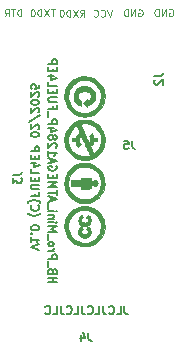
<source format=gbr>
%TF.GenerationSoftware,KiCad,Pcbnew,8.0.8-8.0.8-0~ubuntu22.04.1*%
%TF.CreationDate,2025-02-15T16:07:57+01:00*%
%TF.ProjectId,HB_Pro_Mini_ATMEGA1284P_FUEL4EP,48425f50-726f-45f4-9d69-6e695f41544d,V1.4*%
%TF.SameCoordinates,Original*%
%TF.FileFunction,Legend,Bot*%
%TF.FilePolarity,Positive*%
%FSLAX46Y46*%
G04 Gerber Fmt 4.6, Leading zero omitted, Abs format (unit mm)*
G04 Created by KiCad (PCBNEW 8.0.8-8.0.8-0~ubuntu22.04.1) date 2025-02-15 16:07:57*
%MOMM*%
%LPD*%
G01*
G04 APERTURE LIST*
%ADD10C,0.152400*%
%ADD11C,0.075000*%
%ADD12C,0.150000*%
%ADD13C,0.010000*%
%ADD14R,1.700000X1.700000*%
%ADD15O,1.700000X1.700000*%
G04 APERTURE END LIST*
D10*
X11979070Y5644991D02*
X11979070Y5144991D01*
X11979070Y5144991D02*
X12012403Y5044991D01*
X12012403Y5044991D02*
X12079070Y4978325D01*
X12079070Y4978325D02*
X12179070Y4944991D01*
X12179070Y4944991D02*
X12245737Y4944991D01*
X11312404Y4944991D02*
X11645737Y4944991D01*
X11645737Y4944991D02*
X11645737Y5644991D01*
X10679070Y5011658D02*
X10712403Y4978325D01*
X10712403Y4978325D02*
X10812403Y4944991D01*
X10812403Y4944991D02*
X10879070Y4944991D01*
X10879070Y4944991D02*
X10979070Y4978325D01*
X10979070Y4978325D02*
X11045737Y5044991D01*
X11045737Y5044991D02*
X11079070Y5111658D01*
X11079070Y5111658D02*
X11112403Y5244991D01*
X11112403Y5244991D02*
X11112403Y5344991D01*
X11112403Y5344991D02*
X11079070Y5478325D01*
X11079070Y5478325D02*
X11045737Y5544991D01*
X11045737Y5544991D02*
X10979070Y5611658D01*
X10979070Y5611658D02*
X10879070Y5644991D01*
X10879070Y5644991D02*
X10812403Y5644991D01*
X10812403Y5644991D02*
X10712403Y5611658D01*
X10712403Y5611658D02*
X10679070Y5578325D01*
X10179070Y5644991D02*
X10179070Y5144991D01*
X10179070Y5144991D02*
X10212403Y5044991D01*
X10212403Y5044991D02*
X10279070Y4978325D01*
X10279070Y4978325D02*
X10379070Y4944991D01*
X10379070Y4944991D02*
X10445737Y4944991D01*
X9512404Y4944991D02*
X9845737Y4944991D01*
X9845737Y4944991D02*
X9845737Y5644991D01*
X8879070Y5011658D02*
X8912403Y4978325D01*
X8912403Y4978325D02*
X9012403Y4944991D01*
X9012403Y4944991D02*
X9079070Y4944991D01*
X9079070Y4944991D02*
X9179070Y4978325D01*
X9179070Y4978325D02*
X9245737Y5044991D01*
X9245737Y5044991D02*
X9279070Y5111658D01*
X9279070Y5111658D02*
X9312403Y5244991D01*
X9312403Y5244991D02*
X9312403Y5344991D01*
X9312403Y5344991D02*
X9279070Y5478325D01*
X9279070Y5478325D02*
X9245737Y5544991D01*
X9245737Y5544991D02*
X9179070Y5611658D01*
X9179070Y5611658D02*
X9079070Y5644991D01*
X9079070Y5644991D02*
X9012403Y5644991D01*
X9012403Y5644991D02*
X8912403Y5611658D01*
X8912403Y5611658D02*
X8879070Y5578325D01*
X8379070Y5644991D02*
X8379070Y5144991D01*
X8379070Y5144991D02*
X8412403Y5044991D01*
X8412403Y5044991D02*
X8479070Y4978325D01*
X8479070Y4978325D02*
X8579070Y4944991D01*
X8579070Y4944991D02*
X8645737Y4944991D01*
X7712404Y4944991D02*
X8045737Y4944991D01*
X8045737Y4944991D02*
X8045737Y5644991D01*
X7079070Y5011658D02*
X7112403Y4978325D01*
X7112403Y4978325D02*
X7212403Y4944991D01*
X7212403Y4944991D02*
X7279070Y4944991D01*
X7279070Y4944991D02*
X7379070Y4978325D01*
X7379070Y4978325D02*
X7445737Y5044991D01*
X7445737Y5044991D02*
X7479070Y5111658D01*
X7479070Y5111658D02*
X7512403Y5244991D01*
X7512403Y5244991D02*
X7512403Y5344991D01*
X7512403Y5344991D02*
X7479070Y5478325D01*
X7479070Y5478325D02*
X7445737Y5544991D01*
X7445737Y5544991D02*
X7379070Y5611658D01*
X7379070Y5611658D02*
X7279070Y5644991D01*
X7279070Y5644991D02*
X7212403Y5644991D01*
X7212403Y5644991D02*
X7112403Y5611658D01*
X7112403Y5611658D02*
X7079070Y5578325D01*
X6579070Y5644991D02*
X6579070Y5144991D01*
X6579070Y5144991D02*
X6612403Y5044991D01*
X6612403Y5044991D02*
X6679070Y4978325D01*
X6679070Y4978325D02*
X6779070Y4944991D01*
X6779070Y4944991D02*
X6845737Y4944991D01*
X5912404Y4944991D02*
X6245737Y4944991D01*
X6245737Y4944991D02*
X6245737Y5644991D01*
X5279070Y5011658D02*
X5312403Y4978325D01*
X5312403Y4978325D02*
X5412403Y4944991D01*
X5412403Y4944991D02*
X5479070Y4944991D01*
X5479070Y4944991D02*
X5579070Y4978325D01*
X5579070Y4978325D02*
X5645737Y5044991D01*
X5645737Y5044991D02*
X5679070Y5111658D01*
X5679070Y5111658D02*
X5712403Y5244991D01*
X5712403Y5244991D02*
X5712403Y5344991D01*
X5712403Y5344991D02*
X5679070Y5478325D01*
X5679070Y5478325D02*
X5645737Y5544991D01*
X5645737Y5544991D02*
X5579070Y5611658D01*
X5579070Y5611658D02*
X5479070Y5644991D01*
X5479070Y5644991D02*
X5412403Y5644991D01*
X5412403Y5644991D02*
X5312403Y5611658D01*
X5312403Y5611658D02*
X5279070Y5578325D01*
X5529191Y7632929D02*
X6229191Y7632929D01*
X5895858Y7632929D02*
X5895858Y8032929D01*
X5529191Y8032929D02*
X6229191Y8032929D01*
X5895858Y8599596D02*
X5862525Y8699596D01*
X5862525Y8699596D02*
X5829191Y8732929D01*
X5829191Y8732929D02*
X5762525Y8766262D01*
X5762525Y8766262D02*
X5662525Y8766262D01*
X5662525Y8766262D02*
X5595858Y8732929D01*
X5595858Y8732929D02*
X5562525Y8699596D01*
X5562525Y8699596D02*
X5529191Y8632929D01*
X5529191Y8632929D02*
X5529191Y8366262D01*
X5529191Y8366262D02*
X6229191Y8366262D01*
X6229191Y8366262D02*
X6229191Y8599596D01*
X6229191Y8599596D02*
X6195858Y8666262D01*
X6195858Y8666262D02*
X6162525Y8699596D01*
X6162525Y8699596D02*
X6095858Y8732929D01*
X6095858Y8732929D02*
X6029191Y8732929D01*
X6029191Y8732929D02*
X5962525Y8699596D01*
X5962525Y8699596D02*
X5929191Y8666262D01*
X5929191Y8666262D02*
X5895858Y8599596D01*
X5895858Y8599596D02*
X5895858Y8366262D01*
X5462525Y8899596D02*
X5462525Y9432929D01*
X5529191Y9599595D02*
X6229191Y9599595D01*
X6229191Y9599595D02*
X6229191Y9866262D01*
X6229191Y9866262D02*
X6195858Y9932929D01*
X6195858Y9932929D02*
X6162525Y9966262D01*
X6162525Y9966262D02*
X6095858Y9999595D01*
X6095858Y9999595D02*
X5995858Y9999595D01*
X5995858Y9999595D02*
X5929191Y9966262D01*
X5929191Y9966262D02*
X5895858Y9932929D01*
X5895858Y9932929D02*
X5862525Y9866262D01*
X5862525Y9866262D02*
X5862525Y9599595D01*
X5529191Y10299595D02*
X5995858Y10299595D01*
X5862525Y10299595D02*
X5929191Y10332929D01*
X5929191Y10332929D02*
X5962525Y10366262D01*
X5962525Y10366262D02*
X5995858Y10432929D01*
X5995858Y10432929D02*
X5995858Y10499595D01*
X5529191Y10832928D02*
X5562525Y10766262D01*
X5562525Y10766262D02*
X5595858Y10732928D01*
X5595858Y10732928D02*
X5662525Y10699595D01*
X5662525Y10699595D02*
X5862525Y10699595D01*
X5862525Y10699595D02*
X5929191Y10732928D01*
X5929191Y10732928D02*
X5962525Y10766262D01*
X5962525Y10766262D02*
X5995858Y10832928D01*
X5995858Y10832928D02*
X5995858Y10932928D01*
X5995858Y10932928D02*
X5962525Y10999595D01*
X5962525Y10999595D02*
X5929191Y11032928D01*
X5929191Y11032928D02*
X5862525Y11066262D01*
X5862525Y11066262D02*
X5662525Y11066262D01*
X5662525Y11066262D02*
X5595858Y11032928D01*
X5595858Y11032928D02*
X5562525Y10999595D01*
X5562525Y10999595D02*
X5529191Y10932928D01*
X5529191Y10932928D02*
X5529191Y10832928D01*
X5462525Y11199595D02*
X5462525Y11732928D01*
X5529191Y11899594D02*
X6229191Y11899594D01*
X6229191Y11899594D02*
X5729191Y12132928D01*
X5729191Y12132928D02*
X6229191Y12366261D01*
X6229191Y12366261D02*
X5529191Y12366261D01*
X5529191Y12699594D02*
X5995858Y12699594D01*
X6229191Y12699594D02*
X6195858Y12666261D01*
X6195858Y12666261D02*
X6162525Y12699594D01*
X6162525Y12699594D02*
X6195858Y12732928D01*
X6195858Y12732928D02*
X6229191Y12699594D01*
X6229191Y12699594D02*
X6162525Y12699594D01*
X5995858Y13032927D02*
X5529191Y13032927D01*
X5929191Y13032927D02*
X5962525Y13066261D01*
X5962525Y13066261D02*
X5995858Y13132927D01*
X5995858Y13132927D02*
X5995858Y13232927D01*
X5995858Y13232927D02*
X5962525Y13299594D01*
X5962525Y13299594D02*
X5895858Y13332927D01*
X5895858Y13332927D02*
X5529191Y13332927D01*
X5529191Y13666260D02*
X5995858Y13666260D01*
X6229191Y13666260D02*
X6195858Y13632927D01*
X6195858Y13632927D02*
X6162525Y13666260D01*
X6162525Y13666260D02*
X6195858Y13699594D01*
X6195858Y13699594D02*
X6229191Y13666260D01*
X6229191Y13666260D02*
X6162525Y13666260D01*
X5462525Y13832927D02*
X5462525Y14366260D01*
X5729191Y14499593D02*
X5729191Y14832926D01*
X5529191Y14432926D02*
X6229191Y14666260D01*
X6229191Y14666260D02*
X5529191Y14899593D01*
X6229191Y15032926D02*
X6229191Y15432926D01*
X5529191Y15232926D02*
X6229191Y15232926D01*
X5529191Y15666259D02*
X6229191Y15666259D01*
X6229191Y15666259D02*
X5729191Y15899593D01*
X5729191Y15899593D02*
X6229191Y16132926D01*
X6229191Y16132926D02*
X5529191Y16132926D01*
X5895858Y16466259D02*
X5895858Y16699593D01*
X5529191Y16799593D02*
X5529191Y16466259D01*
X5529191Y16466259D02*
X6229191Y16466259D01*
X6229191Y16466259D02*
X6229191Y16799593D01*
X6195858Y17466259D02*
X6229191Y17399592D01*
X6229191Y17399592D02*
X6229191Y17299592D01*
X6229191Y17299592D02*
X6195858Y17199592D01*
X6195858Y17199592D02*
X6129191Y17132926D01*
X6129191Y17132926D02*
X6062525Y17099592D01*
X6062525Y17099592D02*
X5929191Y17066259D01*
X5929191Y17066259D02*
X5829191Y17066259D01*
X5829191Y17066259D02*
X5695858Y17099592D01*
X5695858Y17099592D02*
X5629191Y17132926D01*
X5629191Y17132926D02*
X5562525Y17199592D01*
X5562525Y17199592D02*
X5529191Y17299592D01*
X5529191Y17299592D02*
X5529191Y17366259D01*
X5529191Y17366259D02*
X5562525Y17466259D01*
X5562525Y17466259D02*
X5595858Y17499592D01*
X5595858Y17499592D02*
X5829191Y17499592D01*
X5829191Y17499592D02*
X5829191Y17366259D01*
X5729191Y17766259D02*
X5729191Y18099592D01*
X5529191Y17699592D02*
X6229191Y17932926D01*
X6229191Y17932926D02*
X5529191Y18166259D01*
X5529191Y18766259D02*
X5529191Y18366259D01*
X5529191Y18566259D02*
X6229191Y18566259D01*
X6229191Y18566259D02*
X6129191Y18499592D01*
X6129191Y18499592D02*
X6062525Y18432926D01*
X6062525Y18432926D02*
X6029191Y18366259D01*
X6162525Y19032926D02*
X6195858Y19066259D01*
X6195858Y19066259D02*
X6229191Y19132926D01*
X6229191Y19132926D02*
X6229191Y19299593D01*
X6229191Y19299593D02*
X6195858Y19366259D01*
X6195858Y19366259D02*
X6162525Y19399593D01*
X6162525Y19399593D02*
X6095858Y19432926D01*
X6095858Y19432926D02*
X6029191Y19432926D01*
X6029191Y19432926D02*
X5929191Y19399593D01*
X5929191Y19399593D02*
X5529191Y18999593D01*
X5529191Y18999593D02*
X5529191Y19432926D01*
X5929191Y19832926D02*
X5962525Y19766260D01*
X5962525Y19766260D02*
X5995858Y19732926D01*
X5995858Y19732926D02*
X6062525Y19699593D01*
X6062525Y19699593D02*
X6095858Y19699593D01*
X6095858Y19699593D02*
X6162525Y19732926D01*
X6162525Y19732926D02*
X6195858Y19766260D01*
X6195858Y19766260D02*
X6229191Y19832926D01*
X6229191Y19832926D02*
X6229191Y19966260D01*
X6229191Y19966260D02*
X6195858Y20032926D01*
X6195858Y20032926D02*
X6162525Y20066260D01*
X6162525Y20066260D02*
X6095858Y20099593D01*
X6095858Y20099593D02*
X6062525Y20099593D01*
X6062525Y20099593D02*
X5995858Y20066260D01*
X5995858Y20066260D02*
X5962525Y20032926D01*
X5962525Y20032926D02*
X5929191Y19966260D01*
X5929191Y19966260D02*
X5929191Y19832926D01*
X5929191Y19832926D02*
X5895858Y19766260D01*
X5895858Y19766260D02*
X5862525Y19732926D01*
X5862525Y19732926D02*
X5795858Y19699593D01*
X5795858Y19699593D02*
X5662525Y19699593D01*
X5662525Y19699593D02*
X5595858Y19732926D01*
X5595858Y19732926D02*
X5562525Y19766260D01*
X5562525Y19766260D02*
X5529191Y19832926D01*
X5529191Y19832926D02*
X5529191Y19966260D01*
X5529191Y19966260D02*
X5562525Y20032926D01*
X5562525Y20032926D02*
X5595858Y20066260D01*
X5595858Y20066260D02*
X5662525Y20099593D01*
X5662525Y20099593D02*
X5795858Y20099593D01*
X5795858Y20099593D02*
X5862525Y20066260D01*
X5862525Y20066260D02*
X5895858Y20032926D01*
X5895858Y20032926D02*
X5929191Y19966260D01*
X5995858Y20699593D02*
X5529191Y20699593D01*
X6262525Y20532927D02*
X5762525Y20366260D01*
X5762525Y20366260D02*
X5762525Y20799593D01*
X5529191Y21066260D02*
X6229191Y21066260D01*
X6229191Y21066260D02*
X6229191Y21332927D01*
X6229191Y21332927D02*
X6195858Y21399594D01*
X6195858Y21399594D02*
X6162525Y21432927D01*
X6162525Y21432927D02*
X6095858Y21466260D01*
X6095858Y21466260D02*
X5995858Y21466260D01*
X5995858Y21466260D02*
X5929191Y21432927D01*
X5929191Y21432927D02*
X5895858Y21399594D01*
X5895858Y21399594D02*
X5862525Y21332927D01*
X5862525Y21332927D02*
X5862525Y21066260D01*
X5462525Y21599594D02*
X5462525Y22132927D01*
X5895858Y22532927D02*
X5895858Y22299593D01*
X5529191Y22299593D02*
X6229191Y22299593D01*
X6229191Y22299593D02*
X6229191Y22632927D01*
X6229191Y22899593D02*
X5662525Y22899593D01*
X5662525Y22899593D02*
X5595858Y22932927D01*
X5595858Y22932927D02*
X5562525Y22966260D01*
X5562525Y22966260D02*
X5529191Y23032927D01*
X5529191Y23032927D02*
X5529191Y23166260D01*
X5529191Y23166260D02*
X5562525Y23232927D01*
X5562525Y23232927D02*
X5595858Y23266260D01*
X5595858Y23266260D02*
X5662525Y23299593D01*
X5662525Y23299593D02*
X6229191Y23299593D01*
X5895858Y23632926D02*
X5895858Y23866260D01*
X5529191Y23966260D02*
X5529191Y23632926D01*
X5529191Y23632926D02*
X6229191Y23632926D01*
X6229191Y23632926D02*
X6229191Y23966260D01*
X5529191Y24599593D02*
X5529191Y24266259D01*
X5529191Y24266259D02*
X6229191Y24266259D01*
X5995858Y25132926D02*
X5529191Y25132926D01*
X6262525Y24966260D02*
X5762525Y24799593D01*
X5762525Y24799593D02*
X5762525Y25232926D01*
X5895858Y25499593D02*
X5895858Y25732927D01*
X5529191Y25832927D02*
X5529191Y25499593D01*
X5529191Y25499593D02*
X6229191Y25499593D01*
X6229191Y25499593D02*
X6229191Y25832927D01*
X5529191Y26132926D02*
X6229191Y26132926D01*
X6229191Y26132926D02*
X6229191Y26399593D01*
X6229191Y26399593D02*
X6195858Y26466260D01*
X6195858Y26466260D02*
X6162525Y26499593D01*
X6162525Y26499593D02*
X6095858Y26532926D01*
X6095858Y26532926D02*
X5995858Y26532926D01*
X5995858Y26532926D02*
X5929191Y26499593D01*
X5929191Y26499593D02*
X5895858Y26466260D01*
X5895858Y26466260D02*
X5862525Y26399593D01*
X5862525Y26399593D02*
X5862525Y26132926D01*
D11*
X15774915Y30747757D02*
X15832058Y30776328D01*
X15832058Y30776328D02*
X15917772Y30776328D01*
X15917772Y30776328D02*
X16003486Y30747757D01*
X16003486Y30747757D02*
X16060629Y30690614D01*
X16060629Y30690614D02*
X16089200Y30633471D01*
X16089200Y30633471D02*
X16117772Y30519185D01*
X16117772Y30519185D02*
X16117772Y30433471D01*
X16117772Y30433471D02*
X16089200Y30319185D01*
X16089200Y30319185D02*
X16060629Y30262042D01*
X16060629Y30262042D02*
X16003486Y30204900D01*
X16003486Y30204900D02*
X15917772Y30176328D01*
X15917772Y30176328D02*
X15860629Y30176328D01*
X15860629Y30176328D02*
X15774915Y30204900D01*
X15774915Y30204900D02*
X15746343Y30233471D01*
X15746343Y30233471D02*
X15746343Y30433471D01*
X15746343Y30433471D02*
X15860629Y30433471D01*
X15489200Y30176328D02*
X15489200Y30776328D01*
X15489200Y30776328D02*
X15146343Y30176328D01*
X15146343Y30176328D02*
X15146343Y30776328D01*
X14860629Y30176328D02*
X14860629Y30776328D01*
X14860629Y30776328D02*
X14717772Y30776328D01*
X14717772Y30776328D02*
X14632058Y30747757D01*
X14632058Y30747757D02*
X14574915Y30690614D01*
X14574915Y30690614D02*
X14546344Y30633471D01*
X14546344Y30633471D02*
X14517772Y30519185D01*
X14517772Y30519185D02*
X14517772Y30433471D01*
X14517772Y30433471D02*
X14546344Y30319185D01*
X14546344Y30319185D02*
X14574915Y30262042D01*
X14574915Y30262042D02*
X14632058Y30204900D01*
X14632058Y30204900D02*
X14717772Y30176328D01*
X14717772Y30176328D02*
X14860629Y30176328D01*
X13184115Y30722357D02*
X13241258Y30750928D01*
X13241258Y30750928D02*
X13326972Y30750928D01*
X13326972Y30750928D02*
X13412686Y30722357D01*
X13412686Y30722357D02*
X13469829Y30665214D01*
X13469829Y30665214D02*
X13498400Y30608071D01*
X13498400Y30608071D02*
X13526972Y30493785D01*
X13526972Y30493785D02*
X13526972Y30408071D01*
X13526972Y30408071D02*
X13498400Y30293785D01*
X13498400Y30293785D02*
X13469829Y30236642D01*
X13469829Y30236642D02*
X13412686Y30179500D01*
X13412686Y30179500D02*
X13326972Y30150928D01*
X13326972Y30150928D02*
X13269829Y30150928D01*
X13269829Y30150928D02*
X13184115Y30179500D01*
X13184115Y30179500D02*
X13155543Y30208071D01*
X13155543Y30208071D02*
X13155543Y30408071D01*
X13155543Y30408071D02*
X13269829Y30408071D01*
X12898400Y30150928D02*
X12898400Y30750928D01*
X12898400Y30750928D02*
X12555543Y30150928D01*
X12555543Y30150928D02*
X12555543Y30750928D01*
X12269829Y30150928D02*
X12269829Y30750928D01*
X12269829Y30750928D02*
X12126972Y30750928D01*
X12126972Y30750928D02*
X12041258Y30722357D01*
X12041258Y30722357D02*
X11984115Y30665214D01*
X11984115Y30665214D02*
X11955544Y30608071D01*
X11955544Y30608071D02*
X11926972Y30493785D01*
X11926972Y30493785D02*
X11926972Y30408071D01*
X11926972Y30408071D02*
X11955544Y30293785D01*
X11955544Y30293785D02*
X11984115Y30236642D01*
X11984115Y30236642D02*
X12041258Y30179500D01*
X12041258Y30179500D02*
X12126972Y30150928D01*
X12126972Y30150928D02*
X12269829Y30150928D01*
X3236800Y30150928D02*
X3236800Y30750928D01*
X3236800Y30750928D02*
X3093943Y30750928D01*
X3093943Y30750928D02*
X3008229Y30722357D01*
X3008229Y30722357D02*
X2951086Y30665214D01*
X2951086Y30665214D02*
X2922515Y30608071D01*
X2922515Y30608071D02*
X2893943Y30493785D01*
X2893943Y30493785D02*
X2893943Y30408071D01*
X2893943Y30408071D02*
X2922515Y30293785D01*
X2922515Y30293785D02*
X2951086Y30236642D01*
X2951086Y30236642D02*
X3008229Y30179500D01*
X3008229Y30179500D02*
X3093943Y30150928D01*
X3093943Y30150928D02*
X3236800Y30150928D01*
X2722515Y30750928D02*
X2379658Y30750928D01*
X2551086Y30150928D02*
X2551086Y30750928D01*
X1836800Y30150928D02*
X2036800Y30436642D01*
X2179657Y30150928D02*
X2179657Y30750928D01*
X2179657Y30750928D02*
X1951086Y30750928D01*
X1951086Y30750928D02*
X1893943Y30722357D01*
X1893943Y30722357D02*
X1865372Y30693785D01*
X1865372Y30693785D02*
X1836800Y30636642D01*
X1836800Y30636642D02*
X1836800Y30550928D01*
X1836800Y30550928D02*
X1865372Y30493785D01*
X1865372Y30493785D02*
X1893943Y30465214D01*
X1893943Y30465214D02*
X1951086Y30436642D01*
X1951086Y30436642D02*
X2179657Y30436642D01*
X8227943Y30125528D02*
X8427943Y30411242D01*
X8570800Y30125528D02*
X8570800Y30725528D01*
X8570800Y30725528D02*
X8342229Y30725528D01*
X8342229Y30725528D02*
X8285086Y30696957D01*
X8285086Y30696957D02*
X8256515Y30668385D01*
X8256515Y30668385D02*
X8227943Y30611242D01*
X8227943Y30611242D02*
X8227943Y30525528D01*
X8227943Y30525528D02*
X8256515Y30468385D01*
X8256515Y30468385D02*
X8285086Y30439814D01*
X8285086Y30439814D02*
X8342229Y30411242D01*
X8342229Y30411242D02*
X8570800Y30411242D01*
X8027943Y30725528D02*
X7627943Y30125528D01*
X7627943Y30725528D02*
X8027943Y30125528D01*
X7399371Y30125528D02*
X7399371Y30725528D01*
X7399371Y30725528D02*
X7256514Y30725528D01*
X7256514Y30725528D02*
X7170800Y30696957D01*
X7170800Y30696957D02*
X7113657Y30639814D01*
X7113657Y30639814D02*
X7085086Y30582671D01*
X7085086Y30582671D02*
X7056514Y30468385D01*
X7056514Y30468385D02*
X7056514Y30382671D01*
X7056514Y30382671D02*
X7085086Y30268385D01*
X7085086Y30268385D02*
X7113657Y30211242D01*
X7113657Y30211242D02*
X7170800Y30154100D01*
X7170800Y30154100D02*
X7256514Y30125528D01*
X7256514Y30125528D02*
X7399371Y30125528D01*
X6685086Y30725528D02*
X6627943Y30725528D01*
X6627943Y30725528D02*
X6570800Y30696957D01*
X6570800Y30696957D02*
X6542229Y30668385D01*
X6542229Y30668385D02*
X6513657Y30611242D01*
X6513657Y30611242D02*
X6485086Y30496957D01*
X6485086Y30496957D02*
X6485086Y30354100D01*
X6485086Y30354100D02*
X6513657Y30239814D01*
X6513657Y30239814D02*
X6542229Y30182671D01*
X6542229Y30182671D02*
X6570800Y30154100D01*
X6570800Y30154100D02*
X6627943Y30125528D01*
X6627943Y30125528D02*
X6685086Y30125528D01*
X6685086Y30125528D02*
X6742229Y30154100D01*
X6742229Y30154100D02*
X6770800Y30182671D01*
X6770800Y30182671D02*
X6799371Y30239814D01*
X6799371Y30239814D02*
X6827943Y30354100D01*
X6827943Y30354100D02*
X6827943Y30496957D01*
X6827943Y30496957D02*
X6799371Y30611242D01*
X6799371Y30611242D02*
X6770800Y30668385D01*
X6770800Y30668385D02*
X6742229Y30696957D01*
X6742229Y30696957D02*
X6685086Y30725528D01*
D10*
X4755991Y10377729D02*
X4055991Y10611063D01*
X4055991Y10611063D02*
X4755991Y10844396D01*
X4055991Y11444396D02*
X4055991Y11044396D01*
X4055991Y11244396D02*
X4755991Y11244396D01*
X4755991Y11244396D02*
X4655991Y11177729D01*
X4655991Y11177729D02*
X4589325Y11111063D01*
X4589325Y11111063D02*
X4555991Y11044396D01*
X4122658Y11744396D02*
X4089325Y11777730D01*
X4089325Y11777730D02*
X4055991Y11744396D01*
X4055991Y11744396D02*
X4089325Y11711063D01*
X4089325Y11711063D02*
X4122658Y11744396D01*
X4122658Y11744396D02*
X4055991Y11744396D01*
X4755991Y12211063D02*
X4755991Y12277729D01*
X4755991Y12277729D02*
X4722658Y12344396D01*
X4722658Y12344396D02*
X4689325Y12377729D01*
X4689325Y12377729D02*
X4622658Y12411063D01*
X4622658Y12411063D02*
X4489325Y12444396D01*
X4489325Y12444396D02*
X4322658Y12444396D01*
X4322658Y12444396D02*
X4189325Y12411063D01*
X4189325Y12411063D02*
X4122658Y12377729D01*
X4122658Y12377729D02*
X4089325Y12344396D01*
X4089325Y12344396D02*
X4055991Y12277729D01*
X4055991Y12277729D02*
X4055991Y12211063D01*
X4055991Y12211063D02*
X4089325Y12144396D01*
X4089325Y12144396D02*
X4122658Y12111063D01*
X4122658Y12111063D02*
X4189325Y12077729D01*
X4189325Y12077729D02*
X4322658Y12044396D01*
X4322658Y12044396D02*
X4489325Y12044396D01*
X4489325Y12044396D02*
X4622658Y12077729D01*
X4622658Y12077729D02*
X4689325Y12111063D01*
X4689325Y12111063D02*
X4722658Y12144396D01*
X4722658Y12144396D02*
X4755991Y12211063D01*
X3789325Y13477729D02*
X3822658Y13444396D01*
X3822658Y13444396D02*
X3922658Y13377729D01*
X3922658Y13377729D02*
X3989325Y13344396D01*
X3989325Y13344396D02*
X4089325Y13311063D01*
X4089325Y13311063D02*
X4255991Y13277729D01*
X4255991Y13277729D02*
X4389325Y13277729D01*
X4389325Y13277729D02*
X4555991Y13311063D01*
X4555991Y13311063D02*
X4655991Y13344396D01*
X4655991Y13344396D02*
X4722658Y13377729D01*
X4722658Y13377729D02*
X4822658Y13444396D01*
X4822658Y13444396D02*
X4855991Y13477729D01*
X4122658Y14144396D02*
X4089325Y14111063D01*
X4089325Y14111063D02*
X4055991Y14011063D01*
X4055991Y14011063D02*
X4055991Y13944396D01*
X4055991Y13944396D02*
X4089325Y13844396D01*
X4089325Y13844396D02*
X4155991Y13777730D01*
X4155991Y13777730D02*
X4222658Y13744396D01*
X4222658Y13744396D02*
X4355991Y13711063D01*
X4355991Y13711063D02*
X4455991Y13711063D01*
X4455991Y13711063D02*
X4589325Y13744396D01*
X4589325Y13744396D02*
X4655991Y13777730D01*
X4655991Y13777730D02*
X4722658Y13844396D01*
X4722658Y13844396D02*
X4755991Y13944396D01*
X4755991Y13944396D02*
X4755991Y14011063D01*
X4755991Y14011063D02*
X4722658Y14111063D01*
X4722658Y14111063D02*
X4689325Y14144396D01*
X3789325Y14377730D02*
X3822658Y14411063D01*
X3822658Y14411063D02*
X3922658Y14477730D01*
X3922658Y14477730D02*
X3989325Y14511063D01*
X3989325Y14511063D02*
X4089325Y14544396D01*
X4089325Y14544396D02*
X4255991Y14577730D01*
X4255991Y14577730D02*
X4389325Y14577730D01*
X4389325Y14577730D02*
X4555991Y14544396D01*
X4555991Y14544396D02*
X4655991Y14511063D01*
X4655991Y14511063D02*
X4722658Y14477730D01*
X4722658Y14477730D02*
X4822658Y14411063D01*
X4822658Y14411063D02*
X4855991Y14377730D01*
X4422658Y15144397D02*
X4422658Y14911063D01*
X4055991Y14911063D02*
X4755991Y14911063D01*
X4755991Y14911063D02*
X4755991Y15244397D01*
X4755991Y15511063D02*
X4189325Y15511063D01*
X4189325Y15511063D02*
X4122658Y15544397D01*
X4122658Y15544397D02*
X4089325Y15577730D01*
X4089325Y15577730D02*
X4055991Y15644397D01*
X4055991Y15644397D02*
X4055991Y15777730D01*
X4055991Y15777730D02*
X4089325Y15844397D01*
X4089325Y15844397D02*
X4122658Y15877730D01*
X4122658Y15877730D02*
X4189325Y15911063D01*
X4189325Y15911063D02*
X4755991Y15911063D01*
X4422658Y16244396D02*
X4422658Y16477730D01*
X4055991Y16577730D02*
X4055991Y16244396D01*
X4055991Y16244396D02*
X4755991Y16244396D01*
X4755991Y16244396D02*
X4755991Y16577730D01*
X4055991Y17211063D02*
X4055991Y16877729D01*
X4055991Y16877729D02*
X4755991Y16877729D01*
X4522658Y17744396D02*
X4055991Y17744396D01*
X4789325Y17577730D02*
X4289325Y17411063D01*
X4289325Y17411063D02*
X4289325Y17844396D01*
X4422658Y18111063D02*
X4422658Y18344397D01*
X4055991Y18444397D02*
X4055991Y18111063D01*
X4055991Y18111063D02*
X4755991Y18111063D01*
X4755991Y18111063D02*
X4755991Y18444397D01*
X4055991Y18744396D02*
X4755991Y18744396D01*
X4755991Y18744396D02*
X4755991Y19011063D01*
X4755991Y19011063D02*
X4722658Y19077730D01*
X4722658Y19077730D02*
X4689325Y19111063D01*
X4689325Y19111063D02*
X4622658Y19144396D01*
X4622658Y19144396D02*
X4522658Y19144396D01*
X4522658Y19144396D02*
X4455991Y19111063D01*
X4455991Y19111063D02*
X4422658Y19077730D01*
X4422658Y19077730D02*
X4389325Y19011063D01*
X4389325Y19011063D02*
X4389325Y18744396D01*
X4755991Y20111063D02*
X4755991Y20177729D01*
X4755991Y20177729D02*
X4722658Y20244396D01*
X4722658Y20244396D02*
X4689325Y20277729D01*
X4689325Y20277729D02*
X4622658Y20311063D01*
X4622658Y20311063D02*
X4489325Y20344396D01*
X4489325Y20344396D02*
X4322658Y20344396D01*
X4322658Y20344396D02*
X4189325Y20311063D01*
X4189325Y20311063D02*
X4122658Y20277729D01*
X4122658Y20277729D02*
X4089325Y20244396D01*
X4089325Y20244396D02*
X4055991Y20177729D01*
X4055991Y20177729D02*
X4055991Y20111063D01*
X4055991Y20111063D02*
X4089325Y20044396D01*
X4089325Y20044396D02*
X4122658Y20011063D01*
X4122658Y20011063D02*
X4189325Y19977729D01*
X4189325Y19977729D02*
X4322658Y19944396D01*
X4322658Y19944396D02*
X4489325Y19944396D01*
X4489325Y19944396D02*
X4622658Y19977729D01*
X4622658Y19977729D02*
X4689325Y20011063D01*
X4689325Y20011063D02*
X4722658Y20044396D01*
X4722658Y20044396D02*
X4755991Y20111063D01*
X4689325Y20611063D02*
X4722658Y20644396D01*
X4722658Y20644396D02*
X4755991Y20711063D01*
X4755991Y20711063D02*
X4755991Y20877730D01*
X4755991Y20877730D02*
X4722658Y20944396D01*
X4722658Y20944396D02*
X4689325Y20977730D01*
X4689325Y20977730D02*
X4622658Y21011063D01*
X4622658Y21011063D02*
X4555991Y21011063D01*
X4555991Y21011063D02*
X4455991Y20977730D01*
X4455991Y20977730D02*
X4055991Y20577730D01*
X4055991Y20577730D02*
X4055991Y21011063D01*
X4789325Y21811063D02*
X3889325Y21211063D01*
X4689325Y22011063D02*
X4722658Y22044396D01*
X4722658Y22044396D02*
X4755991Y22111063D01*
X4755991Y22111063D02*
X4755991Y22277730D01*
X4755991Y22277730D02*
X4722658Y22344396D01*
X4722658Y22344396D02*
X4689325Y22377730D01*
X4689325Y22377730D02*
X4622658Y22411063D01*
X4622658Y22411063D02*
X4555991Y22411063D01*
X4555991Y22411063D02*
X4455991Y22377730D01*
X4455991Y22377730D02*
X4055991Y21977730D01*
X4055991Y21977730D02*
X4055991Y22411063D01*
X4755991Y22844397D02*
X4755991Y22911063D01*
X4755991Y22911063D02*
X4722658Y22977730D01*
X4722658Y22977730D02*
X4689325Y23011063D01*
X4689325Y23011063D02*
X4622658Y23044397D01*
X4622658Y23044397D02*
X4489325Y23077730D01*
X4489325Y23077730D02*
X4322658Y23077730D01*
X4322658Y23077730D02*
X4189325Y23044397D01*
X4189325Y23044397D02*
X4122658Y23011063D01*
X4122658Y23011063D02*
X4089325Y22977730D01*
X4089325Y22977730D02*
X4055991Y22911063D01*
X4055991Y22911063D02*
X4055991Y22844397D01*
X4055991Y22844397D02*
X4089325Y22777730D01*
X4089325Y22777730D02*
X4122658Y22744397D01*
X4122658Y22744397D02*
X4189325Y22711063D01*
X4189325Y22711063D02*
X4322658Y22677730D01*
X4322658Y22677730D02*
X4489325Y22677730D01*
X4489325Y22677730D02*
X4622658Y22711063D01*
X4622658Y22711063D02*
X4689325Y22744397D01*
X4689325Y22744397D02*
X4722658Y22777730D01*
X4722658Y22777730D02*
X4755991Y22844397D01*
X4689325Y23344397D02*
X4722658Y23377730D01*
X4722658Y23377730D02*
X4755991Y23444397D01*
X4755991Y23444397D02*
X4755991Y23611064D01*
X4755991Y23611064D02*
X4722658Y23677730D01*
X4722658Y23677730D02*
X4689325Y23711064D01*
X4689325Y23711064D02*
X4622658Y23744397D01*
X4622658Y23744397D02*
X4555991Y23744397D01*
X4555991Y23744397D02*
X4455991Y23711064D01*
X4455991Y23711064D02*
X4055991Y23311064D01*
X4055991Y23311064D02*
X4055991Y23744397D01*
X4755991Y24377731D02*
X4755991Y24044397D01*
X4755991Y24044397D02*
X4422658Y24011064D01*
X4422658Y24011064D02*
X4455991Y24044397D01*
X4455991Y24044397D02*
X4489325Y24111064D01*
X4489325Y24111064D02*
X4489325Y24277731D01*
X4489325Y24277731D02*
X4455991Y24344397D01*
X4455991Y24344397D02*
X4422658Y24377731D01*
X4422658Y24377731D02*
X4355991Y24411064D01*
X4355991Y24411064D02*
X4189325Y24411064D01*
X4189325Y24411064D02*
X4122658Y24377731D01*
X4122658Y24377731D02*
X4089325Y24344397D01*
X4089325Y24344397D02*
X4055991Y24277731D01*
X4055991Y24277731D02*
X4055991Y24111064D01*
X4055991Y24111064D02*
X4089325Y24044397D01*
X4089325Y24044397D02*
X4122658Y24011064D01*
D11*
X10917115Y30725528D02*
X10717115Y30125528D01*
X10717115Y30125528D02*
X10517115Y30725528D01*
X9974257Y30182671D02*
X10002829Y30154100D01*
X10002829Y30154100D02*
X10088543Y30125528D01*
X10088543Y30125528D02*
X10145686Y30125528D01*
X10145686Y30125528D02*
X10231400Y30154100D01*
X10231400Y30154100D02*
X10288543Y30211242D01*
X10288543Y30211242D02*
X10317114Y30268385D01*
X10317114Y30268385D02*
X10345686Y30382671D01*
X10345686Y30382671D02*
X10345686Y30468385D01*
X10345686Y30468385D02*
X10317114Y30582671D01*
X10317114Y30582671D02*
X10288543Y30639814D01*
X10288543Y30639814D02*
X10231400Y30696957D01*
X10231400Y30696957D02*
X10145686Y30725528D01*
X10145686Y30725528D02*
X10088543Y30725528D01*
X10088543Y30725528D02*
X10002829Y30696957D01*
X10002829Y30696957D02*
X9974257Y30668385D01*
X9374257Y30182671D02*
X9402829Y30154100D01*
X9402829Y30154100D02*
X9488543Y30125528D01*
X9488543Y30125528D02*
X9545686Y30125528D01*
X9545686Y30125528D02*
X9631400Y30154100D01*
X9631400Y30154100D02*
X9688543Y30211242D01*
X9688543Y30211242D02*
X9717114Y30268385D01*
X9717114Y30268385D02*
X9745686Y30382671D01*
X9745686Y30382671D02*
X9745686Y30468385D01*
X9745686Y30468385D02*
X9717114Y30582671D01*
X9717114Y30582671D02*
X9688543Y30639814D01*
X9688543Y30639814D02*
X9631400Y30696957D01*
X9631400Y30696957D02*
X9545686Y30725528D01*
X9545686Y30725528D02*
X9488543Y30725528D01*
X9488543Y30725528D02*
X9402829Y30696957D01*
X9402829Y30696957D02*
X9374257Y30668385D01*
X6065715Y30750928D02*
X5722858Y30750928D01*
X5894286Y30150928D02*
X5894286Y30750928D01*
X5580000Y30750928D02*
X5180000Y30150928D01*
X5180000Y30750928D02*
X5580000Y30150928D01*
X4951428Y30150928D02*
X4951428Y30750928D01*
X4951428Y30750928D02*
X4808571Y30750928D01*
X4808571Y30750928D02*
X4722857Y30722357D01*
X4722857Y30722357D02*
X4665714Y30665214D01*
X4665714Y30665214D02*
X4637143Y30608071D01*
X4637143Y30608071D02*
X4608571Y30493785D01*
X4608571Y30493785D02*
X4608571Y30408071D01*
X4608571Y30408071D02*
X4637143Y30293785D01*
X4637143Y30293785D02*
X4665714Y30236642D01*
X4665714Y30236642D02*
X4722857Y30179500D01*
X4722857Y30179500D02*
X4808571Y30150928D01*
X4808571Y30150928D02*
X4951428Y30150928D01*
X4237143Y30750928D02*
X4180000Y30750928D01*
X4180000Y30750928D02*
X4122857Y30722357D01*
X4122857Y30722357D02*
X4094286Y30693785D01*
X4094286Y30693785D02*
X4065714Y30636642D01*
X4065714Y30636642D02*
X4037143Y30522357D01*
X4037143Y30522357D02*
X4037143Y30379500D01*
X4037143Y30379500D02*
X4065714Y30265214D01*
X4065714Y30265214D02*
X4094286Y30208071D01*
X4094286Y30208071D02*
X4122857Y30179500D01*
X4122857Y30179500D02*
X4180000Y30150928D01*
X4180000Y30150928D02*
X4237143Y30150928D01*
X4237143Y30150928D02*
X4294286Y30179500D01*
X4294286Y30179500D02*
X4322857Y30208071D01*
X4322857Y30208071D02*
X4351428Y30265214D01*
X4351428Y30265214D02*
X4380000Y30379500D01*
X4380000Y30379500D02*
X4380000Y30522357D01*
X4380000Y30522357D02*
X4351428Y30636642D01*
X4351428Y30636642D02*
X4322857Y30693785D01*
X4322857Y30693785D02*
X4294286Y30722357D01*
X4294286Y30722357D02*
X4237143Y30750928D01*
D12*
X8920133Y3381166D02*
X8920133Y2881166D01*
X8920133Y2881166D02*
X8953466Y2781166D01*
X8953466Y2781166D02*
X9020133Y2714500D01*
X9020133Y2714500D02*
X9120133Y2681166D01*
X9120133Y2681166D02*
X9186800Y2681166D01*
X8286800Y3147833D02*
X8286800Y2681166D01*
X8453467Y3414500D02*
X8620133Y2914500D01*
X8620133Y2914500D02*
X8186800Y2914500D01*
X12628533Y19637166D02*
X12628533Y19137166D01*
X12628533Y19137166D02*
X12661866Y19037166D01*
X12661866Y19037166D02*
X12728533Y18970500D01*
X12728533Y18970500D02*
X12828533Y18937166D01*
X12828533Y18937166D02*
X12895200Y18937166D01*
X11961867Y19637166D02*
X12295200Y19637166D01*
X12295200Y19637166D02*
X12328533Y19303833D01*
X12328533Y19303833D02*
X12295200Y19337166D01*
X12295200Y19337166D02*
X12228533Y19370500D01*
X12228533Y19370500D02*
X12061867Y19370500D01*
X12061867Y19370500D02*
X11995200Y19337166D01*
X11995200Y19337166D02*
X11961867Y19303833D01*
X11961867Y19303833D02*
X11928533Y19237166D01*
X11928533Y19237166D02*
X11928533Y19070500D01*
X11928533Y19070500D02*
X11961867Y19003833D01*
X11961867Y19003833D02*
X11995200Y18970500D01*
X11995200Y18970500D02*
X12061867Y18937166D01*
X12061867Y18937166D02*
X12228533Y18937166D01*
X12228533Y18937166D02*
X12295200Y18970500D01*
X12295200Y18970500D02*
X12328533Y19003833D01*
X2562433Y16743333D02*
X3062433Y16743333D01*
X3062433Y16743333D02*
X3162433Y16776666D01*
X3162433Y16776666D02*
X3229100Y16843333D01*
X3229100Y16843333D02*
X3262433Y16943333D01*
X3262433Y16943333D02*
X3262433Y17010000D01*
X2562433Y16476667D02*
X2562433Y16043333D01*
X2562433Y16043333D02*
X2829100Y16276667D01*
X2829100Y16276667D02*
X2829100Y16176667D01*
X2829100Y16176667D02*
X2862433Y16110000D01*
X2862433Y16110000D02*
X2895766Y16076667D01*
X2895766Y16076667D02*
X2962433Y16043333D01*
X2962433Y16043333D02*
X3129100Y16043333D01*
X3129100Y16043333D02*
X3195766Y16076667D01*
X3195766Y16076667D02*
X3229100Y16110000D01*
X3229100Y16110000D02*
X3262433Y16176667D01*
X3262433Y16176667D02*
X3262433Y16376667D01*
X3262433Y16376667D02*
X3229100Y16443333D01*
X3229100Y16443333D02*
X3195766Y16476667D01*
X14500433Y25074533D02*
X15000433Y25074533D01*
X15000433Y25074533D02*
X15100433Y25107866D01*
X15100433Y25107866D02*
X15167100Y25174533D01*
X15167100Y25174533D02*
X15200433Y25274533D01*
X15200433Y25274533D02*
X15200433Y25341200D01*
X14567100Y24774533D02*
X14533766Y24741200D01*
X14533766Y24741200D02*
X14500433Y24674533D01*
X14500433Y24674533D02*
X14500433Y24507867D01*
X14500433Y24507867D02*
X14533766Y24441200D01*
X14533766Y24441200D02*
X14567100Y24407867D01*
X14567100Y24407867D02*
X14633766Y24374533D01*
X14633766Y24374533D02*
X14700433Y24374533D01*
X14700433Y24374533D02*
X14800433Y24407867D01*
X14800433Y24407867D02*
X15200433Y24807867D01*
X15200433Y24807867D02*
X15200433Y24374533D01*
D13*
%TO.C,LOGO1*%
X9568061Y16253715D02*
X9633628Y16211367D01*
X9662001Y16175134D01*
X9691806Y16097371D01*
X9695710Y16011379D01*
X9673925Y15927921D01*
X9626661Y15857756D01*
X9600711Y15834099D01*
X9568218Y15815924D01*
X9524908Y15807875D01*
X9458085Y15806057D01*
X9394064Y15809536D01*
X9315163Y15830604D01*
X9261378Y15872864D01*
X9228525Y15938734D01*
X9223556Y15958426D01*
X9218123Y16039937D01*
X9231572Y16121744D01*
X9261661Y16187045D01*
X9265764Y16192406D01*
X9325533Y16240913D01*
X9403109Y16267775D01*
X9487587Y16272280D01*
X9568061Y16253715D01*
G36*
X9568061Y16253715D02*
G01*
X9633628Y16211367D01*
X9662001Y16175134D01*
X9691806Y16097371D01*
X9695710Y16011379D01*
X9673925Y15927921D01*
X9626661Y15857756D01*
X9600711Y15834099D01*
X9568218Y15815924D01*
X9524908Y15807875D01*
X9458085Y15806057D01*
X9394064Y15809536D01*
X9315163Y15830604D01*
X9261378Y15872864D01*
X9228525Y15938734D01*
X9223556Y15958426D01*
X9218123Y16039937D01*
X9231572Y16121744D01*
X9261661Y16187045D01*
X9265764Y16192406D01*
X9325533Y16240913D01*
X9403109Y16267775D01*
X9487587Y16272280D01*
X9568061Y16253715D01*
G37*
X8751041Y16495420D02*
X8865193Y16494653D01*
X8949919Y16492751D01*
X9009996Y16489374D01*
X9050200Y16484180D01*
X9075306Y16476827D01*
X9090090Y16466975D01*
X9097426Y16457104D01*
X9105163Y16435885D01*
X9110811Y16401289D01*
X9114675Y16348733D01*
X9117058Y16273639D01*
X9118265Y16171425D01*
X9118600Y16037511D01*
X9118344Y15913217D01*
X9117288Y15809279D01*
X9115105Y15732548D01*
X9111468Y15678310D01*
X9106051Y15641846D01*
X9098529Y15618441D01*
X9088574Y15603378D01*
X9088456Y15603248D01*
X9075317Y15591987D01*
X9055889Y15583598D01*
X9025171Y15577667D01*
X8978166Y15573777D01*
X8909873Y15571512D01*
X8815294Y15570459D01*
X8689431Y15570200D01*
X8320314Y15570200D01*
X8320314Y15769771D01*
X7485743Y15769771D01*
X7485743Y16295914D01*
X8320314Y16295914D01*
X8320314Y16495485D01*
X8690947Y16495485D01*
X8751041Y16495420D01*
G36*
X8751041Y16495420D02*
G01*
X8865193Y16494653D01*
X8949919Y16492751D01*
X9009996Y16489374D01*
X9050200Y16484180D01*
X9075306Y16476827D01*
X9090090Y16466975D01*
X9097426Y16457104D01*
X9105163Y16435885D01*
X9110811Y16401289D01*
X9114675Y16348733D01*
X9117058Y16273639D01*
X9118265Y16171425D01*
X9118600Y16037511D01*
X9118344Y15913217D01*
X9117288Y15809279D01*
X9115105Y15732548D01*
X9111468Y15678310D01*
X9106051Y15641846D01*
X9098529Y15618441D01*
X9088574Y15603378D01*
X9088456Y15603248D01*
X9075317Y15591987D01*
X9055889Y15583598D01*
X9025171Y15577667D01*
X8978166Y15573777D01*
X8909873Y15571512D01*
X8815294Y15570459D01*
X8689431Y15570200D01*
X8320314Y15570200D01*
X8320314Y15769771D01*
X7485743Y15769771D01*
X7485743Y16295914D01*
X8320314Y16295914D01*
X8320314Y16495485D01*
X8690947Y16495485D01*
X8751041Y16495420D01*
G37*
X8377585Y12269096D02*
X8385914Y12254367D01*
X8416358Y12194082D01*
X8426235Y12154313D01*
X8415928Y12127476D01*
X8385818Y12105987D01*
X8346658Y12073966D01*
X8313062Y12012616D01*
X8301239Y11939287D01*
X8312492Y11864578D01*
X8348122Y11799089D01*
X8363674Y11782199D01*
X8433518Y11734593D01*
X8524433Y11711092D01*
X8640435Y11710480D01*
X8702543Y11718140D01*
X8782877Y11742399D01*
X8838914Y11784112D01*
X8876961Y11846917D01*
X8885420Y11871419D01*
X8890839Y11952200D01*
X8864683Y12027365D01*
X8809697Y12087109D01*
X8755704Y12125555D01*
X8814688Y12232948D01*
X8846876Y12286899D01*
X8874926Y12325680D01*
X8892573Y12340556D01*
X8905346Y12336852D01*
X8940990Y12310449D01*
X8984543Y12265792D01*
X9028803Y12211369D01*
X9066567Y12155665D01*
X9090635Y12107169D01*
X9093439Y12098754D01*
X9111039Y12012247D01*
X9117685Y11909332D01*
X9113106Y11806349D01*
X9097032Y11719636D01*
X9096941Y11719333D01*
X9055962Y11634595D01*
X8989280Y11552269D01*
X8906642Y11482303D01*
X8817795Y11434645D01*
X8758147Y11416452D01*
X8627097Y11398147D01*
X8492674Y11403820D01*
X8370148Y11433512D01*
X8304554Y11464483D01*
X8205914Y11540017D01*
X8129582Y11637971D01*
X8082101Y11751128D01*
X8075935Y11793156D01*
X8072566Y11859395D01*
X8073312Y11932557D01*
X8078643Y11996638D01*
X8105372Y12104786D01*
X8157757Y12197229D01*
X8240755Y12284386D01*
X8325998Y12359420D01*
X8377585Y12269096D01*
G36*
X8377585Y12269096D02*
G01*
X8385914Y12254367D01*
X8416358Y12194082D01*
X8426235Y12154313D01*
X8415928Y12127476D01*
X8385818Y12105987D01*
X8346658Y12073966D01*
X8313062Y12012616D01*
X8301239Y11939287D01*
X8312492Y11864578D01*
X8348122Y11799089D01*
X8363674Y11782199D01*
X8433518Y11734593D01*
X8524433Y11711092D01*
X8640435Y11710480D01*
X8702543Y11718140D01*
X8782877Y11742399D01*
X8838914Y11784112D01*
X8876961Y11846917D01*
X8885420Y11871419D01*
X8890839Y11952200D01*
X8864683Y12027365D01*
X8809697Y12087109D01*
X8755704Y12125555D01*
X8814688Y12232948D01*
X8846876Y12286899D01*
X8874926Y12325680D01*
X8892573Y12340556D01*
X8905346Y12336852D01*
X8940990Y12310449D01*
X8984543Y12265792D01*
X9028803Y12211369D01*
X9066567Y12155665D01*
X9090635Y12107169D01*
X9093439Y12098754D01*
X9111039Y12012247D01*
X9117685Y11909332D01*
X9113106Y11806349D01*
X9097032Y11719636D01*
X9096941Y11719333D01*
X9055962Y11634595D01*
X8989280Y11552269D01*
X8906642Y11482303D01*
X8817795Y11434645D01*
X8758147Y11416452D01*
X8627097Y11398147D01*
X8492674Y11403820D01*
X8370148Y11433512D01*
X8304554Y11464483D01*
X8205914Y11540017D01*
X8129582Y11637971D01*
X8082101Y11751128D01*
X8075935Y11793156D01*
X8072566Y11859395D01*
X8073312Y11932557D01*
X8078643Y11996638D01*
X8105372Y12104786D01*
X8157757Y12197229D01*
X8240755Y12284386D01*
X8325998Y12359420D01*
X8377585Y12269096D01*
G37*
X8343835Y13320932D02*
X8365704Y13284010D01*
X8391774Y13232146D01*
X8434265Y13141424D01*
X8368218Y13079134D01*
X8349200Y13060694D01*
X8318352Y13022687D01*
X8305036Y12982173D01*
X8302171Y12922340D01*
X8302187Y12916467D01*
X8306319Y12856232D01*
X8321631Y12814800D01*
X8353733Y12776275D01*
X8424698Y12728018D01*
X8516668Y12698906D01*
X8618048Y12690609D01*
X8718039Y12703996D01*
X8805844Y12739935D01*
X8841132Y12768334D01*
X8881887Y12833106D01*
X8895230Y12908701D01*
X8877821Y12983803D01*
X8876327Y12986864D01*
X8842966Y13038386D01*
X8804253Y13078424D01*
X8759871Y13111843D01*
X8811830Y13214842D01*
X8837930Y13264199D01*
X8863259Y13307069D01*
X8878663Y13327035D01*
X8895619Y13327016D01*
X8931693Y13306119D01*
X8975766Y13267212D01*
X9020423Y13217085D01*
X9058251Y13162531D01*
X9074593Y13129276D01*
X9101846Y13037650D01*
X9116396Y12931062D01*
X9116886Y12823030D01*
X9101960Y12727070D01*
X9095524Y12705877D01*
X9042817Y12602332D01*
X8961381Y12511804D01*
X8857299Y12441393D01*
X8842353Y12433846D01*
X8787473Y12409394D01*
X8736779Y12395348D01*
X8676799Y12388945D01*
X8594066Y12387424D01*
X8588824Y12387428D01*
X8505797Y12389366D01*
X8444624Y12396655D01*
X8391683Y12411930D01*
X8333351Y12437822D01*
X8231670Y12502555D01*
X8147316Y12593660D01*
X8093107Y12703628D01*
X8074567Y12789470D01*
X8071362Y12911412D01*
X8090422Y13032154D01*
X8130486Y13137074D01*
X8138076Y13150328D01*
X8176984Y13206039D01*
X8223072Y13258747D01*
X8269345Y13301768D01*
X8308811Y13328419D01*
X8334476Y13332017D01*
X8343835Y13320932D01*
G36*
X8343835Y13320932D02*
G01*
X8365704Y13284010D01*
X8391774Y13232146D01*
X8434265Y13141424D01*
X8368218Y13079134D01*
X8349200Y13060694D01*
X8318352Y13022687D01*
X8305036Y12982173D01*
X8302171Y12922340D01*
X8302187Y12916467D01*
X8306319Y12856232D01*
X8321631Y12814800D01*
X8353733Y12776275D01*
X8424698Y12728018D01*
X8516668Y12698906D01*
X8618048Y12690609D01*
X8718039Y12703996D01*
X8805844Y12739935D01*
X8841132Y12768334D01*
X8881887Y12833106D01*
X8895230Y12908701D01*
X8877821Y12983803D01*
X8876327Y12986864D01*
X8842966Y13038386D01*
X8804253Y13078424D01*
X8759871Y13111843D01*
X8811830Y13214842D01*
X8837930Y13264199D01*
X8863259Y13307069D01*
X8878663Y13327035D01*
X8895619Y13327016D01*
X8931693Y13306119D01*
X8975766Y13267212D01*
X9020423Y13217085D01*
X9058251Y13162531D01*
X9074593Y13129276D01*
X9101846Y13037650D01*
X9116396Y12931062D01*
X9116886Y12823030D01*
X9101960Y12727070D01*
X9095524Y12705877D01*
X9042817Y12602332D01*
X8961381Y12511804D01*
X8857299Y12441393D01*
X8842353Y12433846D01*
X8787473Y12409394D01*
X8736779Y12395348D01*
X8676799Y12388945D01*
X8594066Y12387424D01*
X8588824Y12387428D01*
X8505797Y12389366D01*
X8444624Y12396655D01*
X8391683Y12411930D01*
X8333351Y12437822D01*
X8231670Y12502555D01*
X8147316Y12593660D01*
X8093107Y12703628D01*
X8074567Y12789470D01*
X8071362Y12911412D01*
X8090422Y13032154D01*
X8130486Y13137074D01*
X8138076Y13150328D01*
X8176984Y13206039D01*
X8223072Y13258747D01*
X8269345Y13301768D01*
X8308811Y13328419D01*
X8334476Y13332017D01*
X8343835Y13320932D01*
G37*
X8730468Y24228197D02*
X8859851Y24202309D01*
X9022552Y24142137D01*
X9165852Y24055717D01*
X9286437Y23945657D01*
X9380994Y23814563D01*
X9446208Y23665044D01*
X9460257Y23612236D01*
X9479692Y23487863D01*
X9485819Y23354964D01*
X9478363Y23227521D01*
X9457045Y23119514D01*
X9413823Y23007919D01*
X9332510Y22879146D01*
X9223470Y22772813D01*
X9085908Y22688188D01*
X8919029Y22624539D01*
X8906333Y22620722D01*
X8860897Y22602664D01*
X8838431Y22579350D01*
X8828314Y22540998D01*
X8819243Y22481439D01*
X8656335Y22645320D01*
X8493428Y22809200D01*
X8656335Y22973038D01*
X8661084Y22977814D01*
X8726641Y23043331D01*
X8771338Y23086059D01*
X8799532Y23108866D01*
X8815584Y23114618D01*
X8823851Y23106184D01*
X8828692Y23086431D01*
X8832325Y23070296D01*
X8848798Y23044327D01*
X8883121Y23041880D01*
X8912971Y23048926D01*
X8982415Y23083847D01*
X9045852Y23136918D01*
X9089406Y23197662D01*
X9103052Y23229672D01*
X9130126Y23342570D01*
X9128749Y23456525D01*
X9099804Y23562683D01*
X9044171Y23652187D01*
X9025705Y23671146D01*
X8941715Y23728321D01*
X8834509Y23769476D01*
X8711648Y23794037D01*
X8580690Y23801433D01*
X8449195Y23791092D01*
X8324721Y23762443D01*
X8214828Y23714914D01*
X8155312Y23675932D01*
X8079615Y23599856D01*
X8035655Y23509261D01*
X8021263Y23400630D01*
X8022368Y23350801D01*
X8027276Y23285807D01*
X8034827Y23240425D01*
X8047050Y23208173D01*
X8095982Y23136467D01*
X8164430Y23077572D01*
X8240790Y23042631D01*
X8320314Y23022606D01*
X8320314Y22594758D01*
X8225064Y22617280D01*
X8140292Y22642704D01*
X7998808Y22712423D01*
X7877306Y22808961D01*
X7779436Y22928360D01*
X7708846Y23066663D01*
X7669188Y23219915D01*
X7663293Y23269428D01*
X7663235Y23449712D01*
X7696639Y23621140D01*
X7762160Y23780181D01*
X7858453Y23923305D01*
X7984176Y24046982D01*
X8033942Y24084027D01*
X8184725Y24166030D01*
X8353044Y24217871D01*
X8535943Y24238833D01*
X8730468Y24228197D01*
G36*
X8730468Y24228197D02*
G01*
X8859851Y24202309D01*
X9022552Y24142137D01*
X9165852Y24055717D01*
X9286437Y23945657D01*
X9380994Y23814563D01*
X9446208Y23665044D01*
X9460257Y23612236D01*
X9479692Y23487863D01*
X9485819Y23354964D01*
X9478363Y23227521D01*
X9457045Y23119514D01*
X9413823Y23007919D01*
X9332510Y22879146D01*
X9223470Y22772813D01*
X9085908Y22688188D01*
X8919029Y22624539D01*
X8906333Y22620722D01*
X8860897Y22602664D01*
X8838431Y22579350D01*
X8828314Y22540998D01*
X8819243Y22481439D01*
X8656335Y22645320D01*
X8493428Y22809200D01*
X8656335Y22973038D01*
X8661084Y22977814D01*
X8726641Y23043331D01*
X8771338Y23086059D01*
X8799532Y23108866D01*
X8815584Y23114618D01*
X8823851Y23106184D01*
X8828692Y23086431D01*
X8832325Y23070296D01*
X8848798Y23044327D01*
X8883121Y23041880D01*
X8912971Y23048926D01*
X8982415Y23083847D01*
X9045852Y23136918D01*
X9089406Y23197662D01*
X9103052Y23229672D01*
X9130126Y23342570D01*
X9128749Y23456525D01*
X9099804Y23562683D01*
X9044171Y23652187D01*
X9025705Y23671146D01*
X8941715Y23728321D01*
X8834509Y23769476D01*
X8711648Y23794037D01*
X8580690Y23801433D01*
X8449195Y23791092D01*
X8324721Y23762443D01*
X8214828Y23714914D01*
X8155312Y23675932D01*
X8079615Y23599856D01*
X8035655Y23509261D01*
X8021263Y23400630D01*
X8022368Y23350801D01*
X8027276Y23285807D01*
X8034827Y23240425D01*
X8047050Y23208173D01*
X8095982Y23136467D01*
X8164430Y23077572D01*
X8240790Y23042631D01*
X8320314Y23022606D01*
X8320314Y22594758D01*
X8225064Y22617280D01*
X8140292Y22642704D01*
X7998808Y22712423D01*
X7877306Y22808961D01*
X7779436Y22928360D01*
X7708846Y23066663D01*
X7669188Y23219915D01*
X7663293Y23269428D01*
X7663235Y23449712D01*
X7696639Y23621140D01*
X7762160Y23780181D01*
X7858453Y23923305D01*
X7984176Y24046982D01*
X8033942Y24084027D01*
X8184725Y24166030D01*
X8353044Y24217871D01*
X8535943Y24238833D01*
X8730468Y24228197D01*
G37*
X8838925Y14058661D02*
X9068842Y14012090D01*
X9288806Y13934769D01*
X9304224Y13927955D01*
X9510292Y13816096D01*
X9699631Y13674424D01*
X9868924Y13506666D01*
X10014856Y13316549D01*
X10134112Y13107800D01*
X10223377Y12884147D01*
X10235138Y12844925D01*
X10276288Y12646652D01*
X10294139Y12433587D01*
X10288829Y12216357D01*
X10260498Y12005584D01*
X10209286Y11811895D01*
X10206545Y11804013D01*
X10110796Y11584773D01*
X9984051Y11381146D01*
X9829327Y11196287D01*
X9649641Y11033348D01*
X9448012Y10895484D01*
X9227457Y10785848D01*
X9201321Y10775341D01*
X8975341Y10705724D01*
X8741923Y10669383D01*
X8622007Y10667559D01*
X8505677Y10665791D01*
X8271217Y10694424D01*
X8043152Y10754756D01*
X7826093Y10846262D01*
X7624653Y10968417D01*
X7576336Y11004087D01*
X7385570Y11171347D01*
X7224529Y11359347D01*
X7093629Y11567450D01*
X6993286Y11795017D01*
X6923916Y12041414D01*
X6902037Y12174661D01*
X6894671Y12339204D01*
X7213899Y12339204D01*
X7224628Y12176970D01*
X7250733Y12032343D01*
X7263619Y11986040D01*
X7341572Y11784530D01*
X7450158Y11594565D01*
X7584991Y11422897D01*
X7741690Y11276275D01*
X7819320Y11218704D01*
X8009471Y11107784D01*
X8208801Y11030108D01*
X8414062Y10985462D01*
X8622007Y10973628D01*
X8829388Y10994391D01*
X9032956Y11047536D01*
X9229465Y11132845D01*
X9415666Y11250103D01*
X9588312Y11399094D01*
X9634434Y11447418D01*
X9769649Y11621992D01*
X9873050Y11812746D01*
X9943656Y12017047D01*
X9980482Y12232260D01*
X9982546Y12455753D01*
X9969343Y12580751D01*
X9922004Y12794663D01*
X9843795Y12990845D01*
X9733603Y13171804D01*
X9590314Y13340049D01*
X9537313Y13391933D01*
X9383171Y13519961D01*
X9222776Y13618227D01*
X9048852Y13691454D01*
X8896289Y13734239D01*
X8680247Y13765192D01*
X8465874Y13762883D01*
X8256884Y13728310D01*
X8056989Y13662475D01*
X7869902Y13566376D01*
X7699336Y13441016D01*
X7549003Y13287393D01*
X7467835Y13177715D01*
X7377764Y13026141D01*
X7303142Y12866751D01*
X7251271Y12713619D01*
X7238527Y12657324D01*
X7218536Y12504253D01*
X7213899Y12339204D01*
X6894671Y12339204D01*
X6891637Y12406993D01*
X6914472Y12638981D01*
X6968913Y12866708D01*
X7053327Y13086259D01*
X7166084Y13293715D01*
X7305552Y13485162D01*
X7470101Y13656682D01*
X7658100Y13804358D01*
X7721673Y13844810D01*
X7923514Y13945758D01*
X8141349Y14018032D01*
X8369989Y14061218D01*
X8604244Y14074899D01*
X8838925Y14058661D01*
G36*
X8838925Y14058661D02*
G01*
X9068842Y14012090D01*
X9288806Y13934769D01*
X9304224Y13927955D01*
X9510292Y13816096D01*
X9699631Y13674424D01*
X9868924Y13506666D01*
X10014856Y13316549D01*
X10134112Y13107800D01*
X10223377Y12884147D01*
X10235138Y12844925D01*
X10276288Y12646652D01*
X10294139Y12433587D01*
X10288829Y12216357D01*
X10260498Y12005584D01*
X10209286Y11811895D01*
X10206545Y11804013D01*
X10110796Y11584773D01*
X9984051Y11381146D01*
X9829327Y11196287D01*
X9649641Y11033348D01*
X9448012Y10895484D01*
X9227457Y10785848D01*
X9201321Y10775341D01*
X8975341Y10705724D01*
X8741923Y10669383D01*
X8622007Y10667559D01*
X8505677Y10665791D01*
X8271217Y10694424D01*
X8043152Y10754756D01*
X7826093Y10846262D01*
X7624653Y10968417D01*
X7576336Y11004087D01*
X7385570Y11171347D01*
X7224529Y11359347D01*
X7093629Y11567450D01*
X6993286Y11795017D01*
X6923916Y12041414D01*
X6902037Y12174661D01*
X6894671Y12339204D01*
X7213899Y12339204D01*
X7224628Y12176970D01*
X7250733Y12032343D01*
X7263619Y11986040D01*
X7341572Y11784530D01*
X7450158Y11594565D01*
X7584991Y11422897D01*
X7741690Y11276275D01*
X7819320Y11218704D01*
X8009471Y11107784D01*
X8208801Y11030108D01*
X8414062Y10985462D01*
X8622007Y10973628D01*
X8829388Y10994391D01*
X9032956Y11047536D01*
X9229465Y11132845D01*
X9415666Y11250103D01*
X9588312Y11399094D01*
X9634434Y11447418D01*
X9769649Y11621992D01*
X9873050Y11812746D01*
X9943656Y12017047D01*
X9980482Y12232260D01*
X9982546Y12455753D01*
X9969343Y12580751D01*
X9922004Y12794663D01*
X9843795Y12990845D01*
X9733603Y13171804D01*
X9590314Y13340049D01*
X9537313Y13391933D01*
X9383171Y13519961D01*
X9222776Y13618227D01*
X9048852Y13691454D01*
X8896289Y13734239D01*
X8680247Y13765192D01*
X8465874Y13762883D01*
X8256884Y13728310D01*
X8056989Y13662475D01*
X7869902Y13566376D01*
X7699336Y13441016D01*
X7549003Y13287393D01*
X7467835Y13177715D01*
X7377764Y13026141D01*
X7303142Y12866751D01*
X7251271Y12713619D01*
X7238527Y12657324D01*
X7218536Y12504253D01*
X7213899Y12339204D01*
X6894671Y12339204D01*
X6891637Y12406993D01*
X6914472Y12638981D01*
X6968913Y12866708D01*
X7053327Y13086259D01*
X7166084Y13293715D01*
X7305552Y13485162D01*
X7470101Y13656682D01*
X7658100Y13804358D01*
X7721673Y13844810D01*
X7923514Y13945758D01*
X8141349Y14018032D01*
X8369989Y14061218D01*
X8604244Y14074899D01*
X8838925Y14058661D01*
G37*
X8858183Y25055661D02*
X9085474Y25006969D01*
X9302195Y24928121D01*
X9503593Y24819083D01*
X9681444Y24688145D01*
X9857377Y24519496D01*
X10006284Y24330807D01*
X10125538Y24125462D01*
X10212509Y23906843D01*
X10249090Y23772189D01*
X10288535Y23527042D01*
X10293827Y23284007D01*
X10265859Y23046099D01*
X10205525Y22816329D01*
X10113719Y22597712D01*
X9991334Y22393258D01*
X9839265Y22205983D01*
X9658404Y22038897D01*
X9474245Y21907596D01*
X9271466Y21799630D01*
X9059231Y21724455D01*
X8833032Y21680502D01*
X8602647Y21667035D01*
X8588360Y21666200D01*
X8529470Y21667111D01*
X8283011Y21691930D01*
X8049721Y21750491D01*
X7830169Y21842568D01*
X7624922Y21967935D01*
X7434546Y22126365D01*
X7356322Y22205006D01*
X7202956Y22389381D01*
X7081578Y22585288D01*
X6989389Y22797687D01*
X6923588Y23031540D01*
X6912867Y23088417D01*
X6895721Y23256461D01*
X6895278Y23351550D01*
X7206921Y23351550D01*
X7215728Y23193699D01*
X7218447Y23172989D01*
X7264974Y22966898D01*
X7343700Y22770698D01*
X7451359Y22587955D01*
X7584682Y22422233D01*
X7740400Y22277097D01*
X7915245Y22156113D01*
X8105950Y22062845D01*
X8309245Y22000859D01*
X8339929Y21994920D01*
X8463746Y21980958D01*
X8602647Y21977454D01*
X8744049Y21983956D01*
X8875374Y22000011D01*
X8984038Y22025165D01*
X9009041Y22033380D01*
X9207428Y22118908D01*
X9393538Y22234705D01*
X9561894Y22376249D01*
X9707021Y22539017D01*
X9823442Y22718485D01*
X9840773Y22751469D01*
X9905420Y22896451D01*
X9948177Y23040448D01*
X9971792Y23194995D01*
X9979013Y23371628D01*
X9979000Y23380624D01*
X9974783Y23524832D01*
X9961036Y23646643D01*
X9934860Y23758660D01*
X9893356Y23873485D01*
X9833627Y24003719D01*
X9769096Y24118592D01*
X9645107Y24284160D01*
X9496198Y24432016D01*
X9328008Y24557534D01*
X9146177Y24656093D01*
X8956344Y24723066D01*
X8900210Y24736207D01*
X8694219Y24763243D01*
X8483255Y24760511D01*
X8274951Y24729016D01*
X8076941Y24669762D01*
X7896861Y24583752D01*
X7835483Y24544994D01*
X7676935Y24418649D01*
X7533921Y24266635D01*
X7411618Y24095822D01*
X7315201Y23913078D01*
X7249849Y23725271D01*
X7239849Y23682403D01*
X7215381Y23520978D01*
X7206921Y23351550D01*
X6895278Y23351550D01*
X6894876Y23437977D01*
X6910022Y23619354D01*
X6940847Y23786982D01*
X6970818Y23891773D01*
X7057985Y24106855D01*
X7174875Y24311771D01*
X7317291Y24500586D01*
X7481032Y24667365D01*
X7661902Y24806176D01*
X7729649Y24847940D01*
X7938447Y24949530D01*
X8160456Y25021131D01*
X8390918Y25062708D01*
X8625079Y25074229D01*
X8858183Y25055661D01*
G36*
X8858183Y25055661D02*
G01*
X9085474Y25006969D01*
X9302195Y24928121D01*
X9503593Y24819083D01*
X9681444Y24688145D01*
X9857377Y24519496D01*
X10006284Y24330807D01*
X10125538Y24125462D01*
X10212509Y23906843D01*
X10249090Y23772189D01*
X10288535Y23527042D01*
X10293827Y23284007D01*
X10265859Y23046099D01*
X10205525Y22816329D01*
X10113719Y22597712D01*
X9991334Y22393258D01*
X9839265Y22205983D01*
X9658404Y22038897D01*
X9474245Y21907596D01*
X9271466Y21799630D01*
X9059231Y21724455D01*
X8833032Y21680502D01*
X8602647Y21667035D01*
X8588360Y21666200D01*
X8529470Y21667111D01*
X8283011Y21691930D01*
X8049721Y21750491D01*
X7830169Y21842568D01*
X7624922Y21967935D01*
X7434546Y22126365D01*
X7356322Y22205006D01*
X7202956Y22389381D01*
X7081578Y22585288D01*
X6989389Y22797687D01*
X6923588Y23031540D01*
X6912867Y23088417D01*
X6895721Y23256461D01*
X6895278Y23351550D01*
X7206921Y23351550D01*
X7215728Y23193699D01*
X7218447Y23172989D01*
X7264974Y22966898D01*
X7343700Y22770698D01*
X7451359Y22587955D01*
X7584682Y22422233D01*
X7740400Y22277097D01*
X7915245Y22156113D01*
X8105950Y22062845D01*
X8309245Y22000859D01*
X8339929Y21994920D01*
X8463746Y21980958D01*
X8602647Y21977454D01*
X8744049Y21983956D01*
X8875374Y22000011D01*
X8984038Y22025165D01*
X9009041Y22033380D01*
X9207428Y22118908D01*
X9393538Y22234705D01*
X9561894Y22376249D01*
X9707021Y22539017D01*
X9823442Y22718485D01*
X9840773Y22751469D01*
X9905420Y22896451D01*
X9948177Y23040448D01*
X9971792Y23194995D01*
X9979013Y23371628D01*
X9979000Y23380624D01*
X9974783Y23524832D01*
X9961036Y23646643D01*
X9934860Y23758660D01*
X9893356Y23873485D01*
X9833627Y24003719D01*
X9769096Y24118592D01*
X9645107Y24284160D01*
X9496198Y24432016D01*
X9328008Y24557534D01*
X9146177Y24656093D01*
X8956344Y24723066D01*
X8900210Y24736207D01*
X8694219Y24763243D01*
X8483255Y24760511D01*
X8274951Y24729016D01*
X8076941Y24669762D01*
X7896861Y24583752D01*
X7835483Y24544994D01*
X7676935Y24418649D01*
X7533921Y24266635D01*
X7411618Y24095822D01*
X7315201Y23913078D01*
X7249849Y23725271D01*
X7239849Y23682403D01*
X7215381Y23520978D01*
X7206921Y23351550D01*
X6895278Y23351550D01*
X6894876Y23437977D01*
X6910022Y23619354D01*
X6940847Y23786982D01*
X6970818Y23891773D01*
X7057985Y24106855D01*
X7174875Y24311771D01*
X7317291Y24500586D01*
X7481032Y24667365D01*
X7661902Y24806176D01*
X7729649Y24847940D01*
X7938447Y24949530D01*
X8160456Y25021131D01*
X8390918Y25062708D01*
X8625079Y25074229D01*
X8858183Y25055661D01*
G37*
X8713080Y17735347D02*
X8874919Y17721519D01*
X9015210Y17696288D01*
X9183327Y17645176D01*
X9403929Y17546426D01*
X9607687Y17417230D01*
X9791693Y17259830D01*
X9953041Y17076462D01*
X10088824Y16869367D01*
X10179414Y16676431D01*
X10248346Y16453121D01*
X10286860Y16220057D01*
X10294802Y15982686D01*
X10272015Y15746458D01*
X10218345Y15516821D01*
X10133635Y15299222D01*
X10074624Y15187131D01*
X9940463Y14988353D01*
X9780305Y14810058D01*
X9597954Y14655272D01*
X9397211Y14527019D01*
X9181879Y14428324D01*
X8955758Y14362211D01*
X8855720Y14347164D01*
X8724567Y14338148D01*
X8587993Y14336529D01*
X8580925Y14336446D01*
X8436719Y14341883D01*
X8303873Y14354283D01*
X8194311Y14373469D01*
X8006859Y14430003D01*
X7801678Y14523330D01*
X7609094Y14647914D01*
X7424836Y14806156D01*
X7323279Y14911053D01*
X7175351Y15096991D01*
X7059534Y15293446D01*
X6973272Y15505069D01*
X6914012Y15736515D01*
X6904164Y15805695D01*
X6896430Y15924959D01*
X6895856Y16017515D01*
X7206480Y16017515D01*
X7225627Y15803210D01*
X7275901Y15599268D01*
X7319158Y15483387D01*
X7369436Y15379613D01*
X7432802Y15278494D01*
X7516534Y15166954D01*
X7538754Y15139744D01*
X7692833Y14982746D01*
X7868870Y14851377D01*
X8061707Y14748996D01*
X8266187Y14678959D01*
X8291171Y14673072D01*
X8431945Y14651985D01*
X8587993Y14645033D01*
X8746975Y14651796D01*
X8896553Y14671853D01*
X9024389Y14704785D01*
X9035693Y14708776D01*
X9225639Y14794436D01*
X9404026Y14909098D01*
X9565986Y15048017D01*
X9706650Y15206447D01*
X9821150Y15379641D01*
X9904618Y15562855D01*
X9923613Y15620193D01*
X9971989Y15837623D01*
X9985556Y16058766D01*
X9964614Y16279569D01*
X9909460Y16495982D01*
X9820394Y16703950D01*
X9782151Y16771257D01*
X9728649Y16848510D01*
X9660632Y16929558D01*
X9570961Y17023546D01*
X9493457Y17099683D01*
X9428493Y17157752D01*
X9368667Y17202759D01*
X9304433Y17241867D01*
X9226247Y17282240D01*
X9214008Y17288225D01*
X9085091Y17346628D01*
X8971147Y17386899D01*
X8859506Y17411954D01*
X8737499Y17424707D01*
X8592457Y17428075D01*
X8488258Y17426041D01*
X8354530Y17415165D01*
X8236041Y17392618D01*
X8120646Y17355838D01*
X7996197Y17302263D01*
X7843064Y17215047D01*
X7681416Y17088197D01*
X7536429Y16936941D01*
X7412944Y16767161D01*
X7315804Y16584739D01*
X7249849Y16395557D01*
X7218745Y16233431D01*
X7206480Y16017515D01*
X6895856Y16017515D01*
X6895603Y16058366D01*
X6901365Y16193420D01*
X6913398Y16317623D01*
X6931383Y16418478D01*
X6991058Y16614743D01*
X7092674Y16840416D01*
X7226294Y17049996D01*
X7393000Y17245420D01*
X7555895Y17394677D01*
X7744300Y17525460D01*
X7948080Y17625329D01*
X8171375Y17696685D01*
X8225238Y17708351D01*
X8375543Y17728768D01*
X8542390Y17737765D01*
X8713080Y17735347D01*
G36*
X8713080Y17735347D02*
G01*
X8874919Y17721519D01*
X9015210Y17696288D01*
X9183327Y17645176D01*
X9403929Y17546426D01*
X9607687Y17417230D01*
X9791693Y17259830D01*
X9953041Y17076462D01*
X10088824Y16869367D01*
X10179414Y16676431D01*
X10248346Y16453121D01*
X10286860Y16220057D01*
X10294802Y15982686D01*
X10272015Y15746458D01*
X10218345Y15516821D01*
X10133635Y15299222D01*
X10074624Y15187131D01*
X9940463Y14988353D01*
X9780305Y14810058D01*
X9597954Y14655272D01*
X9397211Y14527019D01*
X9181879Y14428324D01*
X8955758Y14362211D01*
X8855720Y14347164D01*
X8724567Y14338148D01*
X8587993Y14336529D01*
X8580925Y14336446D01*
X8436719Y14341883D01*
X8303873Y14354283D01*
X8194311Y14373469D01*
X8006859Y14430003D01*
X7801678Y14523330D01*
X7609094Y14647914D01*
X7424836Y14806156D01*
X7323279Y14911053D01*
X7175351Y15096991D01*
X7059534Y15293446D01*
X6973272Y15505069D01*
X6914012Y15736515D01*
X6904164Y15805695D01*
X6896430Y15924959D01*
X6895856Y16017515D01*
X7206480Y16017515D01*
X7225627Y15803210D01*
X7275901Y15599268D01*
X7319158Y15483387D01*
X7369436Y15379613D01*
X7432802Y15278494D01*
X7516534Y15166954D01*
X7538754Y15139744D01*
X7692833Y14982746D01*
X7868870Y14851377D01*
X8061707Y14748996D01*
X8266187Y14678959D01*
X8291171Y14673072D01*
X8431945Y14651985D01*
X8587993Y14645033D01*
X8746975Y14651796D01*
X8896553Y14671853D01*
X9024389Y14704785D01*
X9035693Y14708776D01*
X9225639Y14794436D01*
X9404026Y14909098D01*
X9565986Y15048017D01*
X9706650Y15206447D01*
X9821150Y15379641D01*
X9904618Y15562855D01*
X9923613Y15620193D01*
X9971989Y15837623D01*
X9985556Y16058766D01*
X9964614Y16279569D01*
X9909460Y16495982D01*
X9820394Y16703950D01*
X9782151Y16771257D01*
X9728649Y16848510D01*
X9660632Y16929558D01*
X9570961Y17023546D01*
X9493457Y17099683D01*
X9428493Y17157752D01*
X9368667Y17202759D01*
X9304433Y17241867D01*
X9226247Y17282240D01*
X9214008Y17288225D01*
X9085091Y17346628D01*
X8971147Y17386899D01*
X8859506Y17411954D01*
X8737499Y17424707D01*
X8592457Y17428075D01*
X8488258Y17426041D01*
X8354530Y17415165D01*
X8236041Y17392618D01*
X8120646Y17355838D01*
X7996197Y17302263D01*
X7843064Y17215047D01*
X7681416Y17088197D01*
X7536429Y16936941D01*
X7412944Y16767161D01*
X7315804Y16584739D01*
X7249849Y16395557D01*
X7218745Y16233431D01*
X7206480Y16017515D01*
X6895856Y16017515D01*
X6895603Y16058366D01*
X6901365Y16193420D01*
X6913398Y16317623D01*
X6931383Y16418478D01*
X6991058Y16614743D01*
X7092674Y16840416D01*
X7226294Y17049996D01*
X7393000Y17245420D01*
X7555895Y17394677D01*
X7744300Y17525460D01*
X7948080Y17625329D01*
X8171375Y17696685D01*
X8225238Y17708351D01*
X8375543Y17728768D01*
X8542390Y17737765D01*
X8713080Y17735347D01*
G37*
X8708946Y21401051D02*
X8873419Y21387028D01*
X9016583Y21361102D01*
X9061455Y21349297D01*
X9291833Y21266870D01*
X9505926Y21152765D01*
X9701369Y21008677D01*
X9875797Y20836299D01*
X10026845Y20637326D01*
X10088588Y20534038D01*
X10184557Y20322441D01*
X10251443Y20096164D01*
X10288552Y19860697D01*
X10295190Y19621529D01*
X10270664Y19384149D01*
X10214281Y19154046D01*
X10170083Y19037689D01*
X10074661Y18853518D01*
X9952216Y18674483D01*
X9808008Y18507939D01*
X9647298Y18361243D01*
X9478477Y18239519D01*
X9365398Y18177929D01*
X9296621Y18140469D01*
X9105586Y18070187D01*
X8898686Y18026245D01*
X8669232Y18006216D01*
X8659656Y18005873D01*
X8597947Y18004809D01*
X8515210Y18003383D01*
X8394795Y18007973D01*
X8287270Y18020960D01*
X8181490Y18043658D01*
X8066314Y18077383D01*
X7888026Y18147508D01*
X7685147Y18260822D01*
X7498142Y18402180D01*
X7330279Y18567831D01*
X7184826Y18754024D01*
X7065050Y18957007D01*
X6974219Y19173031D01*
X6915600Y19398343D01*
X6895221Y19557938D01*
X6894539Y19643748D01*
X7219418Y19643748D01*
X7223485Y19518252D01*
X7236410Y19411293D01*
X7260156Y19312825D01*
X7296681Y19212804D01*
X7347946Y19101185D01*
X7366839Y19063926D01*
X7487201Y18870926D01*
X7632855Y18703831D01*
X7804495Y18561947D01*
X8002814Y18444579D01*
X8115957Y18393678D01*
X8265189Y18345528D01*
X8421572Y18318632D01*
X8597947Y18310086D01*
X8613739Y18310174D01*
X8702144Y18314099D01*
X8793925Y18322912D01*
X8881158Y18335323D01*
X8955914Y18350046D01*
X9010271Y18365794D01*
X9036300Y18381279D01*
X9036375Y18381646D01*
X9029506Y18402831D01*
X9009840Y18452705D01*
X8979152Y18527180D01*
X8939218Y18622169D01*
X8891813Y18733585D01*
X8838713Y18857340D01*
X8781693Y18989345D01*
X8722529Y19125515D01*
X8662997Y19261760D01*
X8604872Y19393993D01*
X8549930Y19518126D01*
X8499946Y19630073D01*
X8456695Y19725745D01*
X8421954Y19801055D01*
X8397498Y19851914D01*
X8384995Y19875523D01*
X8363087Y19902340D01*
X8331470Y19913309D01*
X8276880Y19915414D01*
X8275863Y19915414D01*
X8217833Y19911906D01*
X8181539Y19897972D01*
X8152971Y19868283D01*
X8128218Y19815608D01*
X8116943Y19734026D01*
X8123521Y19640497D01*
X8146338Y19544633D01*
X8183780Y19456044D01*
X8234233Y19384340D01*
X8273378Y19342671D01*
X8152759Y19222051D01*
X8032139Y19101431D01*
X7995003Y19145566D01*
X7949917Y19209661D01*
X7898786Y19308110D01*
X7859160Y19412875D01*
X7838011Y19507866D01*
X7825940Y19614558D01*
X7567386Y19625128D01*
X7567386Y19820453D01*
X7693146Y19822576D01*
X7818906Y19824700D01*
X7840825Y19910408D01*
X7884425Y20029131D01*
X7951983Y20135608D01*
X8037362Y20218069D01*
X8135965Y20270900D01*
X8140874Y20272658D01*
X8178069Y20289663D01*
X8193314Y20303547D01*
X8186248Y20325109D01*
X8166808Y20373049D01*
X8137954Y20440716D01*
X8102645Y20521500D01*
X8063842Y20608795D01*
X8024503Y20695992D01*
X7987588Y20776482D01*
X7956056Y20843657D01*
X7932868Y20890910D01*
X7920981Y20911631D01*
X7920204Y20912342D01*
X7893179Y20912507D01*
X7846385Y20888632D01*
X7783932Y20843661D01*
X7709932Y20780537D01*
X7628495Y20702205D01*
X7625883Y20699552D01*
X7504338Y20564874D01*
X7408999Y20431814D01*
X7332557Y20288652D01*
X7267703Y20123665D01*
X7256513Y20088436D01*
X7241806Y20027089D01*
X7231727Y19956621D01*
X7225138Y19867983D01*
X7220899Y19752128D01*
X7219418Y19643748D01*
X6894539Y19643748D01*
X6893344Y19794141D01*
X6923074Y20031211D01*
X6983724Y20260476D01*
X7033951Y20391083D01*
X7124349Y20568065D01*
X7239451Y20735378D01*
X7384648Y20901644D01*
X7389132Y20906296D01*
X7538188Y21042692D01*
X8248131Y21042692D01*
X8248251Y21041849D01*
X8257212Y21017291D01*
X8279102Y20964289D01*
X8312092Y20886950D01*
X8354352Y20789384D01*
X8404053Y20675701D01*
X8459364Y20550009D01*
X8518458Y20416418D01*
X8579504Y20279037D01*
X8640673Y20141975D01*
X8700136Y20009342D01*
X8756062Y19885246D01*
X8806624Y19773796D01*
X8849990Y19679103D01*
X8884333Y19605275D01*
X8907821Y19556420D01*
X8918627Y19536650D01*
X8941536Y19529120D01*
X8982396Y19532760D01*
X9022081Y19554334D01*
X9056704Y19605395D01*
X9075112Y19677122D01*
X9076589Y19762675D01*
X9060418Y19855213D01*
X9025883Y19947896D01*
X8984137Y20033821D01*
X9200243Y20252583D01*
X9240303Y20202585D01*
X9245467Y20195784D01*
X9280066Y20135514D01*
X9314576Y20054644D01*
X9343938Y19966314D01*
X9363092Y19883664D01*
X9374244Y19815628D01*
X9626600Y19815628D01*
X9626600Y19616057D01*
X9499946Y19616057D01*
X9465943Y19615969D01*
X9413053Y19614050D01*
X9383900Y19607197D01*
X9369845Y19592279D01*
X9362245Y19566164D01*
X9346822Y19505996D01*
X9295616Y19378988D01*
X9225862Y19282679D01*
X9137813Y19217460D01*
X9065824Y19180734D01*
X9156680Y18976574D01*
X9190148Y18901176D01*
X9231609Y18807329D01*
X9268802Y18722691D01*
X9296461Y18659222D01*
X9296668Y18658744D01*
X9323985Y18601922D01*
X9348669Y18561366D01*
X9365398Y18545830D01*
X9392675Y18558538D01*
X9437846Y18593831D01*
X9495413Y18646228D01*
X9560024Y18710244D01*
X9626330Y18780394D01*
X9688980Y18851194D01*
X9742624Y18917157D01*
X9781912Y18972801D01*
X9799611Y19002066D01*
X9892578Y19194861D01*
X9954719Y19400615D01*
X9985578Y19613763D01*
X9984700Y19828743D01*
X9951628Y20039992D01*
X9885907Y20241948D01*
X9804362Y20401395D01*
X9688088Y20566722D01*
X9548972Y20717673D01*
X9392810Y20848772D01*
X9225398Y20954541D01*
X9052531Y21029503D01*
X8990830Y21047953D01*
X8820012Y21082374D01*
X8638507Y21098727D01*
X8459865Y21096211D01*
X8297636Y21074029D01*
X8263417Y21060942D01*
X8248131Y21042692D01*
X7538188Y21042692D01*
X7564298Y21066584D01*
X7749450Y21193918D01*
X7949586Y21291223D01*
X8169704Y21361428D01*
X8215616Y21371655D01*
X8367250Y21393370D01*
X8535958Y21403166D01*
X8708946Y21401051D01*
G36*
X8708946Y21401051D02*
G01*
X8873419Y21387028D01*
X9016583Y21361102D01*
X9061455Y21349297D01*
X9291833Y21266870D01*
X9505926Y21152765D01*
X9701369Y21008677D01*
X9875797Y20836299D01*
X10026845Y20637326D01*
X10088588Y20534038D01*
X10184557Y20322441D01*
X10251443Y20096164D01*
X10288552Y19860697D01*
X10295190Y19621529D01*
X10270664Y19384149D01*
X10214281Y19154046D01*
X10170083Y19037689D01*
X10074661Y18853518D01*
X9952216Y18674483D01*
X9808008Y18507939D01*
X9647298Y18361243D01*
X9478477Y18239519D01*
X9365398Y18177929D01*
X9296621Y18140469D01*
X9105586Y18070187D01*
X8898686Y18026245D01*
X8669232Y18006216D01*
X8659656Y18005873D01*
X8597947Y18004809D01*
X8515210Y18003383D01*
X8394795Y18007973D01*
X8287270Y18020960D01*
X8181490Y18043658D01*
X8066314Y18077383D01*
X7888026Y18147508D01*
X7685147Y18260822D01*
X7498142Y18402180D01*
X7330279Y18567831D01*
X7184826Y18754024D01*
X7065050Y18957007D01*
X6974219Y19173031D01*
X6915600Y19398343D01*
X6895221Y19557938D01*
X6894539Y19643748D01*
X7219418Y19643748D01*
X7223485Y19518252D01*
X7236410Y19411293D01*
X7260156Y19312825D01*
X7296681Y19212804D01*
X7347946Y19101185D01*
X7366839Y19063926D01*
X7487201Y18870926D01*
X7632855Y18703831D01*
X7804495Y18561947D01*
X8002814Y18444579D01*
X8115957Y18393678D01*
X8265189Y18345528D01*
X8421572Y18318632D01*
X8597947Y18310086D01*
X8613739Y18310174D01*
X8702144Y18314099D01*
X8793925Y18322912D01*
X8881158Y18335323D01*
X8955914Y18350046D01*
X9010271Y18365794D01*
X9036300Y18381279D01*
X9036375Y18381646D01*
X9029506Y18402831D01*
X9009840Y18452705D01*
X8979152Y18527180D01*
X8939218Y18622169D01*
X8891813Y18733585D01*
X8838713Y18857340D01*
X8781693Y18989345D01*
X8722529Y19125515D01*
X8662997Y19261760D01*
X8604872Y19393993D01*
X8549930Y19518126D01*
X8499946Y19630073D01*
X8456695Y19725745D01*
X8421954Y19801055D01*
X8397498Y19851914D01*
X8384995Y19875523D01*
X8363087Y19902340D01*
X8331470Y19913309D01*
X8276880Y19915414D01*
X8275863Y19915414D01*
X8217833Y19911906D01*
X8181539Y19897972D01*
X8152971Y19868283D01*
X8128218Y19815608D01*
X8116943Y19734026D01*
X8123521Y19640497D01*
X8146338Y19544633D01*
X8183780Y19456044D01*
X8234233Y19384340D01*
X8273378Y19342671D01*
X8152759Y19222051D01*
X8032139Y19101431D01*
X7995003Y19145566D01*
X7949917Y19209661D01*
X7898786Y19308110D01*
X7859160Y19412875D01*
X7838011Y19507866D01*
X7825940Y19614558D01*
X7567386Y19625128D01*
X7567386Y19820453D01*
X7693146Y19822576D01*
X7818906Y19824700D01*
X7840825Y19910408D01*
X7884425Y20029131D01*
X7951983Y20135608D01*
X8037362Y20218069D01*
X8135965Y20270900D01*
X8140874Y20272658D01*
X8178069Y20289663D01*
X8193314Y20303547D01*
X8186248Y20325109D01*
X8166808Y20373049D01*
X8137954Y20440716D01*
X8102645Y20521500D01*
X8063842Y20608795D01*
X8024503Y20695992D01*
X7987588Y20776482D01*
X7956056Y20843657D01*
X7932868Y20890910D01*
X7920981Y20911631D01*
X7920204Y20912342D01*
X7893179Y20912507D01*
X7846385Y20888632D01*
X7783932Y20843661D01*
X7709932Y20780537D01*
X7628495Y20702205D01*
X7625883Y20699552D01*
X7504338Y20564874D01*
X7408999Y20431814D01*
X7332557Y20288652D01*
X7267703Y20123665D01*
X7256513Y20088436D01*
X7241806Y20027089D01*
X7231727Y19956621D01*
X7225138Y19867983D01*
X7220899Y19752128D01*
X7219418Y19643748D01*
X6894539Y19643748D01*
X6893344Y19794141D01*
X6923074Y20031211D01*
X6983724Y20260476D01*
X7033951Y20391083D01*
X7124349Y20568065D01*
X7239451Y20735378D01*
X7384648Y20901644D01*
X7389132Y20906296D01*
X7538188Y21042692D01*
X8248131Y21042692D01*
X8248251Y21041849D01*
X8257212Y21017291D01*
X8279102Y20964289D01*
X8312092Y20886950D01*
X8354352Y20789384D01*
X8404053Y20675701D01*
X8459364Y20550009D01*
X8518458Y20416418D01*
X8579504Y20279037D01*
X8640673Y20141975D01*
X8700136Y20009342D01*
X8756062Y19885246D01*
X8806624Y19773796D01*
X8849990Y19679103D01*
X8884333Y19605275D01*
X8907821Y19556420D01*
X8918627Y19536650D01*
X8941536Y19529120D01*
X8982396Y19532760D01*
X9022081Y19554334D01*
X9056704Y19605395D01*
X9075112Y19677122D01*
X9076589Y19762675D01*
X9060418Y19855213D01*
X9025883Y19947896D01*
X8984137Y20033821D01*
X9200243Y20252583D01*
X9240303Y20202585D01*
X9245467Y20195784D01*
X9280066Y20135514D01*
X9314576Y20054644D01*
X9343938Y19966314D01*
X9363092Y19883664D01*
X9374244Y19815628D01*
X9626600Y19815628D01*
X9626600Y19616057D01*
X9499946Y19616057D01*
X9465943Y19615969D01*
X9413053Y19614050D01*
X9383900Y19607197D01*
X9369845Y19592279D01*
X9362245Y19566164D01*
X9346822Y19505996D01*
X9295616Y19378988D01*
X9225862Y19282679D01*
X9137813Y19217460D01*
X9065824Y19180734D01*
X9156680Y18976574D01*
X9190148Y18901176D01*
X9231609Y18807329D01*
X9268802Y18722691D01*
X9296461Y18659222D01*
X9296668Y18658744D01*
X9323985Y18601922D01*
X9348669Y18561366D01*
X9365398Y18545830D01*
X9392675Y18558538D01*
X9437846Y18593831D01*
X9495413Y18646228D01*
X9560024Y18710244D01*
X9626330Y18780394D01*
X9688980Y18851194D01*
X9742624Y18917157D01*
X9781912Y18972801D01*
X9799611Y19002066D01*
X9892578Y19194861D01*
X9954719Y19400615D01*
X9985578Y19613763D01*
X9984700Y19828743D01*
X9951628Y20039992D01*
X9885907Y20241948D01*
X9804362Y20401395D01*
X9688088Y20566722D01*
X9548972Y20717673D01*
X9392810Y20848772D01*
X9225398Y20954541D01*
X9052531Y21029503D01*
X8990830Y21047953D01*
X8820012Y21082374D01*
X8638507Y21098727D01*
X8459865Y21096211D01*
X8297636Y21074029D01*
X8263417Y21060942D01*
X8248131Y21042692D01*
X7538188Y21042692D01*
X7564298Y21066584D01*
X7749450Y21193918D01*
X7949586Y21291223D01*
X8169704Y21361428D01*
X8215616Y21371655D01*
X8367250Y21393370D01*
X8535958Y21403166D01*
X8708946Y21401051D01*
G37*
%TD*%
%LPC*%
D14*
%TO.C,J1*%
X15240000Y31750000D03*
D15*
X12700000Y31750000D03*
X10160000Y31750000D03*
X7620000Y31750000D03*
X5080000Y31750000D03*
X2540000Y31750000D03*
%TD*%
D14*
%TO.C,J4*%
X13970000Y1270000D03*
D15*
X11430000Y1270000D03*
X8890000Y1270000D03*
X6350000Y1270000D03*
X3810000Y1270000D03*
%TD*%
D14*
%TO.C,J5*%
X13970000Y17780000D03*
D15*
X13970000Y20320000D03*
%TD*%
D14*
%TO.C,J3*%
X1270000Y1270000D03*
D15*
X1270000Y3810000D03*
X1270000Y6350000D03*
X1270000Y8890000D03*
X1270000Y11430000D03*
X1270000Y13970000D03*
X1270000Y16510000D03*
X1270000Y19050000D03*
X1270000Y21590000D03*
X1270000Y24130000D03*
X1270000Y26670000D03*
X1270000Y29210000D03*
%TD*%
D14*
%TO.C,J2*%
X16510000Y29210000D03*
D15*
X16510000Y26670000D03*
X16510000Y24130000D03*
X16510000Y21590000D03*
X16510000Y19050000D03*
X16510000Y16510000D03*
X16510000Y13970000D03*
X16510000Y11430000D03*
X16510000Y8890000D03*
X16510000Y6350000D03*
X16510000Y3810000D03*
X16510000Y1270000D03*
%TD*%
%LPD*%
M02*

</source>
